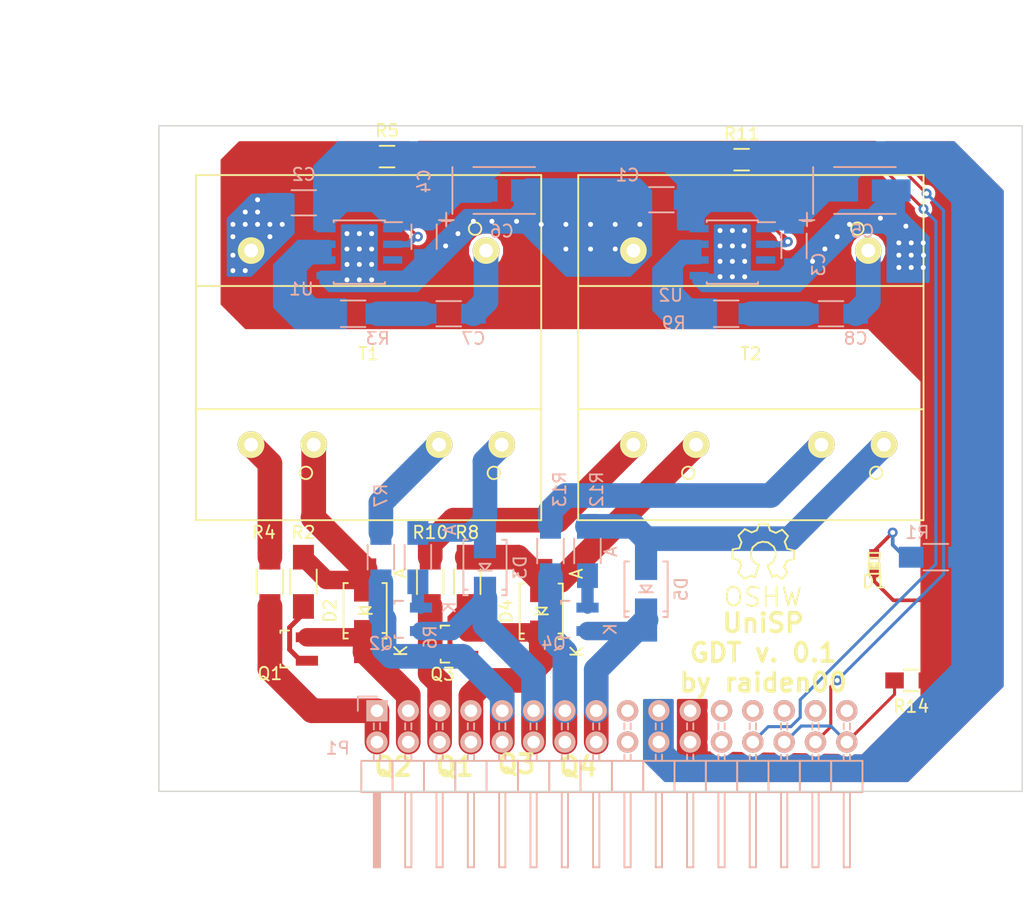
<source format=kicad_pcb>
(kicad_pcb (version 4) (host pcbnew 4.0.1-stable)

  (general
    (links 84)
    (no_connects 0)
    (area 42.949999 85.949999 113.050001 140.050001)
    (thickness 1.6)
    (drawings 13)
    (tracks 347)
    (zones 0)
    (modules 37)
    (nets 41)
  )

  (page A4)
  (layers
    (0 F.Cu signal)
    (31 B.Cu signal)
    (32 B.Adhes user)
    (33 F.Adhes user)
    (34 B.Paste user)
    (35 F.Paste user)
    (36 B.SilkS user)
    (37 F.SilkS user)
    (38 B.Mask user)
    (39 F.Mask user)
    (40 Dwgs.User user)
    (41 Cmts.User user)
    (42 Eco1.User user)
    (43 Eco2.User user)
    (44 Edge.Cuts user)
    (45 Margin user)
    (46 B.CrtYd user)
    (47 F.CrtYd user)
    (48 B.Fab user hide)
    (49 F.Fab user hide)
  )

  (setup
    (last_trace_width 0.25)
    (user_trace_width 0.3)
    (user_trace_width 0.5)
    (user_trace_width 1)
    (user_trace_width 1.5)
    (user_trace_width 2)
    (trace_clearance 0.25)
    (zone_clearance 0.3)
    (zone_45_only no)
    (trace_min 0.2)
    (segment_width 0.2)
    (edge_width 0.1)
    (via_size 0.8)
    (via_drill 0.4)
    (via_min_size 0.8)
    (via_min_drill 0.3)
    (uvia_size 0.3)
    (uvia_drill 0.1)
    (uvias_allowed no)
    (uvia_min_size 0.2)
    (uvia_min_drill 0.1)
    (pcb_text_width 0.3)
    (pcb_text_size 1.5 1.5)
    (mod_edge_width 0.15)
    (mod_text_size 1 1)
    (mod_text_width 0.15)
    (pad_size 2.159 2.159)
    (pad_drill 1.1176)
    (pad_to_mask_clearance 0)
    (aux_axis_origin 0 0)
    (visible_elements FFFFFF7F)
    (pcbplotparams
      (layerselection 0x010f0_80000001)
      (usegerberextensions false)
      (excludeedgelayer true)
      (linewidth 0.100000)
      (plotframeref false)
      (viasonmask false)
      (mode 1)
      (useauxorigin false)
      (hpglpennumber 1)
      (hpglpenspeed 20)
      (hpglpendiameter 15)
      (hpglpenoverlay 2)
      (psnegative false)
      (psa4output false)
      (plotreference true)
      (plotvalue true)
      (plotinvisibletext false)
      (padsonsilk false)
      (subtractmaskfromsilk true)
      (outputformat 1)
      (mirror false)
      (drillshape 0)
      (scaleselection 1)
      (outputdirectory output/))
  )

  (net 0 "")
  (net 1 "Net-(P1-Pad18)")
  (net 2 "Net-(C7-Pad1)")
  (net 3 "Net-(R4-Pad2)")
  (net 4 "Net-(R10-Pad2)")
  (net 5 "Net-(D2-Pad2)")
  (net 6 "Net-(D3-Pad2)")
  (net 7 "Net-(D4-Pad2)")
  (net 8 "Net-(D5-Pad2)")
  (net 9 "Net-(R7-Pad2)")
  (net 10 GND)
  (net 11 "Net-(P1-Pad17)")
  (net 12 "Net-(P1-Pad23)")
  (net 13 "Net-(P1-Pad24)")
  (net 14 "Net-(C7-Pad2)")
  (net 15 "Net-(C8-Pad1)")
  (net 16 "Net-(C8-Pad2)")
  (net 17 "Net-(D1-Pad2)")
  (net 18 "Net-(Q1-Pad1)")
  (net 19 "Net-(Q2-Pad1)")
  (net 20 "Net-(Q3-Pad1)")
  (net 21 "Net-(Q4-Pad1)")
  (net 22 "Net-(R3-Pad2)")
  (net 23 "Net-(R9-Pad2)")
  (net 24 "Net-(R13-Pad2)")
  (net 25 VDD)
  (net 26 /Q2_G)
  (net 27 /Q3_G)
  (net 28 /Q1_G)
  (net 29 /Q4_G)
  (net 30 /Q2_S)
  (net 31 /Q1_S)
  (net 32 /Q3_S)
  (net 33 /Q4_S)
  (net 34 /PWM4-)
  (net 35 /PWM1+)
  (net 36 /PWM4+)
  (net 37 /PWM1-)
  (net 38 /PWM3-)
  (net 39 /PWM2+)
  (net 40 /PWM3+)

  (net_class Default "This is the default net class."
    (clearance 0.25)
    (trace_width 0.25)
    (via_dia 0.8)
    (via_drill 0.4)
    (uvia_dia 0.3)
    (uvia_drill 0.1)
    (add_net /PWM1+)
    (add_net /PWM1-)
    (add_net /PWM2+)
    (add_net /PWM3+)
    (add_net /PWM3-)
    (add_net /PWM4+)
    (add_net /PWM4-)
    (add_net /Q1_G)
    (add_net /Q1_S)
    (add_net /Q2_G)
    (add_net /Q2_S)
    (add_net /Q3_G)
    (add_net /Q3_S)
    (add_net /Q4_G)
    (add_net /Q4_S)
    (add_net GND)
    (add_net "Net-(C7-Pad1)")
    (add_net "Net-(C7-Pad2)")
    (add_net "Net-(C8-Pad1)")
    (add_net "Net-(C8-Pad2)")
    (add_net "Net-(D1-Pad2)")
    (add_net "Net-(D2-Pad2)")
    (add_net "Net-(D3-Pad2)")
    (add_net "Net-(D4-Pad2)")
    (add_net "Net-(D5-Pad2)")
    (add_net "Net-(P1-Pad17)")
    (add_net "Net-(P1-Pad18)")
    (add_net "Net-(P1-Pad23)")
    (add_net "Net-(P1-Pad24)")
    (add_net "Net-(Q1-Pad1)")
    (add_net "Net-(Q2-Pad1)")
    (add_net "Net-(Q3-Pad1)")
    (add_net "Net-(Q4-Pad1)")
    (add_net "Net-(R10-Pad2)")
    (add_net "Net-(R13-Pad2)")
    (add_net "Net-(R3-Pad2)")
    (add_net "Net-(R4-Pad2)")
    (add_net "Net-(R7-Pad2)")
    (add_net "Net-(R9-Pad2)")
    (add_net VDD)
  )

  (net_class SECONDARY ""
    (clearance 0.3)
    (trace_width 1)
    (via_dia 0.8)
    (via_drill 0.4)
    (uvia_dia 0.3)
    (uvia_drill 0.1)
  )

  (module Housings_SOIC:SOIC-8_3.9x4.9mm_Pitch1.27mm (layer B.Cu) (tedit 54130A77) (tstamp 55A6DF57)
    (at 59.25 96.25 180)
    (descr "8-Lead Plastic Small Outline (SN) - Narrow, 3.90 mm Body [SOIC] (see Microchip Packaging Specification 00000049BS.pdf)")
    (tags "SOIC 1.27")
    (path /55A5091C)
    (attr smd)
    (fp_text reference U1 (at 4.7 -3 180) (layer B.SilkS)
      (effects (font (size 1 1) (thickness 0.15)) (justify mirror))
    )
    (fp_text value TC4452 (at 0 -3.5 180) (layer B.Fab)
      (effects (font (size 1 1) (thickness 0.15)) (justify mirror))
    )
    (fp_line (start -3.75 2.75) (end -3.75 -2.75) (layer B.CrtYd) (width 0.05))
    (fp_line (start 3.75 2.75) (end 3.75 -2.75) (layer B.CrtYd) (width 0.05))
    (fp_line (start -3.75 2.75) (end 3.75 2.75) (layer B.CrtYd) (width 0.05))
    (fp_line (start -3.75 -2.75) (end 3.75 -2.75) (layer B.CrtYd) (width 0.05))
    (fp_line (start -2.075 2.575) (end -2.075 2.43) (layer B.SilkS) (width 0.15))
    (fp_line (start 2.075 2.575) (end 2.075 2.43) (layer B.SilkS) (width 0.15))
    (fp_line (start 2.075 -2.575) (end 2.075 -2.43) (layer B.SilkS) (width 0.15))
    (fp_line (start -2.075 -2.575) (end -2.075 -2.43) (layer B.SilkS) (width 0.15))
    (fp_line (start -2.075 2.575) (end 2.075 2.575) (layer B.SilkS) (width 0.15))
    (fp_line (start -2.075 -2.575) (end 2.075 -2.575) (layer B.SilkS) (width 0.15))
    (fp_line (start -2.075 2.43) (end -3.475 2.43) (layer B.SilkS) (width 0.15))
    (pad 1 smd rect (at -2.7 1.905 180) (size 1.55 0.6) (layers B.Cu B.Paste B.Mask)
      (net 25 VDD))
    (pad 2 smd rect (at -2.7 0.635 180) (size 1.55 0.6) (layers B.Cu B.Paste B.Mask)
      (net 39 /PWM2+))
    (pad 3 smd rect (at -2.7 -0.635 180) (size 1.55 0.6) (layers B.Cu B.Paste B.Mask))
    (pad 4 smd rect (at -2.7 -1.905 180) (size 1.55 0.6) (layers B.Cu B.Paste B.Mask)
      (net 10 GND))
    (pad 5 smd rect (at 2.7 -1.905 180) (size 1.55 0.6) (layers B.Cu B.Paste B.Mask)
      (net 10 GND))
    (pad 6 smd rect (at 2.7 -0.635 180) (size 1.55 0.6) (layers B.Cu B.Paste B.Mask)
      (net 22 "Net-(R3-Pad2)"))
    (pad 7 smd rect (at 2.7 0.635 180) (size 1.55 0.6) (layers B.Cu B.Paste B.Mask)
      (net 22 "Net-(R3-Pad2)"))
    (pad 8 smd rect (at 2.7 1.905 180) (size 1.55 0.6) (layers B.Cu B.Paste B.Mask)
      (net 25 VDD))
    (model Housings_SOIC.3dshapes/SOIC-8_3.9x4.9mm_Pitch1.27mm.wrl
      (at (xyz 0 0 0))
      (scale (xyz 1 1 1))
      (rotate (xyz 0 0 0))
    )
  )

  (module Housings_SOT-23_SOT-143_TSOT-6:SOT-23_Handsoldering locked (layer F.Cu) (tedit 54E9291B) (tstamp 55B0D0FE)
    (at 66.49886 128.05 90)
    (descr "SOT-23, Handsoldering")
    (tags SOT-23)
    (path /55A6A400)
    (attr smd)
    (fp_text reference Q3 (at -2.45 -0.49886 180) (layer F.SilkS)
      (effects (font (size 1 1) (thickness 0.15)))
    )
    (fp_text value 4403 (at 0 3.81 90) (layer F.Fab)
      (effects (font (size 1 1) (thickness 0.15)))
    )
    (fp_line (start -1.49982 0.0508) (end -1.49982 -0.65024) (layer F.SilkS) (width 0.15))
    (fp_line (start -1.49982 -0.65024) (end -1.2509 -0.65024) (layer F.SilkS) (width 0.15))
    (fp_line (start 1.29916 -0.65024) (end 1.49982 -0.65024) (layer F.SilkS) (width 0.15))
    (fp_line (start 1.49982 -0.65024) (end 1.49982 0.0508) (layer F.SilkS) (width 0.15))
    (pad 1 smd rect (at -0.95 1.50114 90) (size 0.8001 1.80086) (layers F.Cu F.Paste F.Mask)
      (net 20 "Net-(Q3-Pad1)"))
    (pad 2 smd rect (at 0.95 1.50114 90) (size 0.8001 1.80086) (layers F.Cu F.Paste F.Mask)
      (net 28 /Q1_G))
    (pad 3 smd rect (at 0 -1.50114 90) (size 0.8001 1.80086) (layers F.Cu F.Paste F.Mask)
      (net 31 /Q1_S))
    (model Housings_SOT-23_SOT-143_TSOT-6.3dshapes/SOT-23_Handsoldering.wrl
      (at (xyz 0 0 0))
      (scale (xyz 1 1 1))
      (rotate (xyz 0 0 0))
    )
  )

  (module Housings_SOIC:SOIC-8_3.9x4.9mm_Pitch1.27mm (layer B.Cu) (tedit 54130A77) (tstamp 55A6DF63)
    (at 89.5 96.25 180)
    (descr "8-Lead Plastic Small Outline (SN) - Narrow, 3.90 mm Body [SOIC] (see Microchip Packaging Specification 00000049BS.pdf)")
    (tags "SOIC 1.27")
    (path /55A54541)
    (attr smd)
    (fp_text reference U2 (at 5 -3.5 180) (layer B.SilkS)
      (effects (font (size 1 1) (thickness 0.15)) (justify mirror))
    )
    (fp_text value TC4452 (at 0 -3.5 180) (layer B.Fab)
      (effects (font (size 1 1) (thickness 0.15)) (justify mirror))
    )
    (fp_line (start -3.75 2.75) (end -3.75 -2.75) (layer B.CrtYd) (width 0.05))
    (fp_line (start 3.75 2.75) (end 3.75 -2.75) (layer B.CrtYd) (width 0.05))
    (fp_line (start -3.75 2.75) (end 3.75 2.75) (layer B.CrtYd) (width 0.05))
    (fp_line (start -3.75 -2.75) (end 3.75 -2.75) (layer B.CrtYd) (width 0.05))
    (fp_line (start -2.075 2.575) (end -2.075 2.43) (layer B.SilkS) (width 0.15))
    (fp_line (start 2.075 2.575) (end 2.075 2.43) (layer B.SilkS) (width 0.15))
    (fp_line (start 2.075 -2.575) (end 2.075 -2.43) (layer B.SilkS) (width 0.15))
    (fp_line (start -2.075 -2.575) (end -2.075 -2.43) (layer B.SilkS) (width 0.15))
    (fp_line (start -2.075 2.575) (end 2.075 2.575) (layer B.SilkS) (width 0.15))
    (fp_line (start -2.075 -2.575) (end 2.075 -2.575) (layer B.SilkS) (width 0.15))
    (fp_line (start -2.075 2.43) (end -3.475 2.43) (layer B.SilkS) (width 0.15))
    (pad 1 smd rect (at -2.7 1.905 180) (size 1.55 0.6) (layers B.Cu B.Paste B.Mask)
      (net 25 VDD))
    (pad 2 smd rect (at -2.7 0.635 180) (size 1.55 0.6) (layers B.Cu B.Paste B.Mask)
      (net 35 /PWM1+))
    (pad 3 smd rect (at -2.7 -0.635 180) (size 1.55 0.6) (layers B.Cu B.Paste B.Mask))
    (pad 4 smd rect (at -2.7 -1.905 180) (size 1.55 0.6) (layers B.Cu B.Paste B.Mask)
      (net 10 GND))
    (pad 5 smd rect (at 2.7 -1.905 180) (size 1.55 0.6) (layers B.Cu B.Paste B.Mask)
      (net 10 GND))
    (pad 6 smd rect (at 2.7 -0.635 180) (size 1.55 0.6) (layers B.Cu B.Paste B.Mask)
      (net 23 "Net-(R9-Pad2)"))
    (pad 7 smd rect (at 2.7 0.635 180) (size 1.55 0.6) (layers B.Cu B.Paste B.Mask)
      (net 23 "Net-(R9-Pad2)"))
    (pad 8 smd rect (at 2.7 1.905 180) (size 1.55 0.6) (layers B.Cu B.Paste B.Mask)
      (net 25 VDD))
    (model Housings_SOIC.3dshapes/SOIC-8_3.9x4.9mm_Pitch1.27mm.wrl
      (at (xyz 0 0 0))
      (scale (xyz 1 1 1))
      (rotate (xyz 0 0 0))
    )
  )

  (module Pin_Headers:Pin_Header_Angled_2x16 locked (layer B.Cu) (tedit 0) (tstamp 55A7871A)
    (at 60.68 133.46 270)
    (descr "Through hole pin header")
    (tags "pin header")
    (path /55A50764)
    (fp_text reference P1 (at 3.04 3.18 540) (layer B.SilkS)
      (effects (font (size 1 1) (thickness 0.15)) (justify mirror))
    )
    (fp_text value CONN_MAINBOARD (at -2.76 -0.66 540) (layer B.Fab)
      (effects (font (size 1 1) (thickness 0.15)) (justify mirror))
    )
    (fp_line (start -1.35 1.75) (end -1.35 -39.85) (layer B.CrtYd) (width 0.05))
    (fp_line (start 13.2 1.75) (end 13.2 -39.85) (layer B.CrtYd) (width 0.05))
    (fp_line (start -1.35 1.75) (end 13.2 1.75) (layer B.CrtYd) (width 0.05))
    (fp_line (start -1.35 -39.85) (end 13.2 -39.85) (layer B.CrtYd) (width 0.05))
    (fp_line (start 1.524 -4.826) (end 1.016 -4.826) (layer B.SilkS) (width 0.15))
    (fp_line (start 1.524 -5.334) (end 1.016 -5.334) (layer B.SilkS) (width 0.15))
    (fp_line (start 1.524 -7.366) (end 1.016 -7.366) (layer B.SilkS) (width 0.15))
    (fp_line (start 1.524 -7.874) (end 1.016 -7.874) (layer B.SilkS) (width 0.15))
    (fp_line (start 1.524 -2.794) (end 1.016 -2.794) (layer B.SilkS) (width 0.15))
    (fp_line (start 1.524 -2.286) (end 1.016 -2.286) (layer B.SilkS) (width 0.15))
    (fp_line (start 1.524 -0.254) (end 1.016 -0.254) (layer B.SilkS) (width 0.15))
    (fp_line (start 1.524 0.254) (end 1.016 0.254) (layer B.SilkS) (width 0.15))
    (fp_line (start 1.524 -35.306) (end 1.016 -35.306) (layer B.SilkS) (width 0.15))
    (fp_line (start 1.524 -35.814) (end 1.016 -35.814) (layer B.SilkS) (width 0.15))
    (fp_line (start 1.524 -37.846) (end 1.016 -37.846) (layer B.SilkS) (width 0.15))
    (fp_line (start 1.524 -38.354) (end 1.016 -38.354) (layer B.SilkS) (width 0.15))
    (fp_line (start 1.524 -33.274) (end 1.016 -33.274) (layer B.SilkS) (width 0.15))
    (fp_line (start 1.524 -32.766) (end 1.016 -32.766) (layer B.SilkS) (width 0.15))
    (fp_line (start 1.524 -30.734) (end 1.016 -30.734) (layer B.SilkS) (width 0.15))
    (fp_line (start 1.524 -30.226) (end 1.016 -30.226) (layer B.SilkS) (width 0.15))
    (fp_line (start 1.524 -25.146) (end 1.016 -25.146) (layer B.SilkS) (width 0.15))
    (fp_line (start 1.524 -25.654) (end 1.016 -25.654) (layer B.SilkS) (width 0.15))
    (fp_line (start 1.524 -27.686) (end 1.016 -27.686) (layer B.SilkS) (width 0.15))
    (fp_line (start 1.524 -28.194) (end 1.016 -28.194) (layer B.SilkS) (width 0.15))
    (fp_line (start 1.524 -23.114) (end 1.016 -23.114) (layer B.SilkS) (width 0.15))
    (fp_line (start 1.524 -22.606) (end 1.016 -22.606) (layer B.SilkS) (width 0.15))
    (fp_line (start 1.524 -20.574) (end 1.016 -20.574) (layer B.SilkS) (width 0.15))
    (fp_line (start 1.524 -20.066) (end 1.016 -20.066) (layer B.SilkS) (width 0.15))
    (fp_line (start 1.524 -9.906) (end 1.016 -9.906) (layer B.SilkS) (width 0.15))
    (fp_line (start 1.524 -10.414) (end 1.016 -10.414) (layer B.SilkS) (width 0.15))
    (fp_line (start 1.524 -12.446) (end 1.016 -12.446) (layer B.SilkS) (width 0.15))
    (fp_line (start 1.524 -12.954) (end 1.016 -12.954) (layer B.SilkS) (width 0.15))
    (fp_line (start 1.524 -18.034) (end 1.016 -18.034) (layer B.SilkS) (width 0.15))
    (fp_line (start 1.524 -17.526) (end 1.016 -17.526) (layer B.SilkS) (width 0.15))
    (fp_line (start 1.524 -15.494) (end 1.016 -15.494) (layer B.SilkS) (width 0.15))
    (fp_line (start 1.524 -14.986) (end 1.016 -14.986) (layer B.SilkS) (width 0.15))
    (fp_line (start 4.064 -25.146) (end 3.556 -25.146) (layer B.SilkS) (width 0.15))
    (fp_line (start 4.064 -25.654) (end 3.556 -25.654) (layer B.SilkS) (width 0.15))
    (fp_line (start 4.064 -27.686) (end 3.556 -27.686) (layer B.SilkS) (width 0.15))
    (fp_line (start 4.064 -28.194) (end 3.556 -28.194) (layer B.SilkS) (width 0.15))
    (fp_line (start 4.064 -23.114) (end 3.556 -23.114) (layer B.SilkS) (width 0.15))
    (fp_line (start 4.064 -22.606) (end 3.556 -22.606) (layer B.SilkS) (width 0.15))
    (fp_line (start 4.064 -20.574) (end 3.556 -20.574) (layer B.SilkS) (width 0.15))
    (fp_line (start 4.064 -20.066) (end 3.556 -20.066) (layer B.SilkS) (width 0.15))
    (fp_line (start 4.064 -30.226) (end 3.556 -30.226) (layer B.SilkS) (width 0.15))
    (fp_line (start 4.064 -30.734) (end 3.556 -30.734) (layer B.SilkS) (width 0.15))
    (fp_line (start 4.064 -32.766) (end 3.556 -32.766) (layer B.SilkS) (width 0.15))
    (fp_line (start 4.064 -33.274) (end 3.556 -33.274) (layer B.SilkS) (width 0.15))
    (fp_line (start 4.064 -38.354) (end 3.556 -38.354) (layer B.SilkS) (width 0.15))
    (fp_line (start 4.064 -37.846) (end 3.556 -37.846) (layer B.SilkS) (width 0.15))
    (fp_line (start 4.064 -35.814) (end 3.556 -35.814) (layer B.SilkS) (width 0.15))
    (fp_line (start 4.064 -35.306) (end 3.556 -35.306) (layer B.SilkS) (width 0.15))
    (fp_line (start 4.064 -14.986) (end 3.556 -14.986) (layer B.SilkS) (width 0.15))
    (fp_line (start 4.064 -15.494) (end 3.556 -15.494) (layer B.SilkS) (width 0.15))
    (fp_line (start 4.064 -17.526) (end 3.556 -17.526) (layer B.SilkS) (width 0.15))
    (fp_line (start 4.064 -18.034) (end 3.556 -18.034) (layer B.SilkS) (width 0.15))
    (fp_line (start 4.064 -12.954) (end 3.556 -12.954) (layer B.SilkS) (width 0.15))
    (fp_line (start 4.064 -12.446) (end 3.556 -12.446) (layer B.SilkS) (width 0.15))
    (fp_line (start 4.064 -10.414) (end 3.556 -10.414) (layer B.SilkS) (width 0.15))
    (fp_line (start 4.064 -9.906) (end 3.556 -9.906) (layer B.SilkS) (width 0.15))
    (fp_line (start 4.064 0.254) (end 3.556 0.254) (layer B.SilkS) (width 0.15))
    (fp_line (start 4.064 -0.254) (end 3.556 -0.254) (layer B.SilkS) (width 0.15))
    (fp_line (start 4.064 -2.286) (end 3.556 -2.286) (layer B.SilkS) (width 0.15))
    (fp_line (start 4.064 -2.794) (end 3.556 -2.794) (layer B.SilkS) (width 0.15))
    (fp_line (start 4.064 -7.874) (end 3.556 -7.874) (layer B.SilkS) (width 0.15))
    (fp_line (start 4.064 -7.366) (end 3.556 -7.366) (layer B.SilkS) (width 0.15))
    (fp_line (start 4.064 -5.334) (end 3.556 -5.334) (layer B.SilkS) (width 0.15))
    (fp_line (start 4.064 -4.826) (end 3.556 -4.826) (layer B.SilkS) (width 0.15))
    (fp_line (start 0 1.55) (end -1.15 1.55) (layer B.SilkS) (width 0.15))
    (fp_line (start -1.15 1.55) (end -1.15 0) (layer B.SilkS) (width 0.15))
    (fp_line (start 6.604 0.127) (end 12.573 0.127) (layer B.SilkS) (width 0.15))
    (fp_line (start 12.573 0.127) (end 12.573 -0.127) (layer B.SilkS) (width 0.15))
    (fp_line (start 12.573 -0.127) (end 6.731 -0.127) (layer B.SilkS) (width 0.15))
    (fp_line (start 6.731 -0.127) (end 6.731 0) (layer B.SilkS) (width 0.15))
    (fp_line (start 6.731 0) (end 12.573 0) (layer B.SilkS) (width 0.15))
    (fp_line (start 4.064 -19.05) (end 6.604 -19.05) (layer B.SilkS) (width 0.15))
    (fp_line (start 4.064 -19.05) (end 4.064 -21.59) (layer B.SilkS) (width 0.15))
    (fp_line (start 4.064 -21.59) (end 6.604 -21.59) (layer B.SilkS) (width 0.15))
    (fp_line (start 6.604 -20.066) (end 12.7 -20.066) (layer B.SilkS) (width 0.15))
    (fp_line (start 12.7 -20.066) (end 12.7 -20.574) (layer B.SilkS) (width 0.15))
    (fp_line (start 12.7 -20.574) (end 6.604 -20.574) (layer B.SilkS) (width 0.15))
    (fp_line (start 6.604 -21.59) (end 6.604 -19.05) (layer B.SilkS) (width 0.15))
    (fp_line (start 6.604 -24.13) (end 6.604 -21.59) (layer B.SilkS) (width 0.15))
    (fp_line (start 12.7 -23.114) (end 6.604 -23.114) (layer B.SilkS) (width 0.15))
    (fp_line (start 12.7 -22.606) (end 12.7 -23.114) (layer B.SilkS) (width 0.15))
    (fp_line (start 6.604 -22.606) (end 12.7 -22.606) (layer B.SilkS) (width 0.15))
    (fp_line (start 4.064 -24.13) (end 6.604 -24.13) (layer B.SilkS) (width 0.15))
    (fp_line (start 4.064 -21.59) (end 4.064 -24.13) (layer B.SilkS) (width 0.15))
    (fp_line (start 4.064 -21.59) (end 6.604 -21.59) (layer B.SilkS) (width 0.15))
    (fp_line (start 4.064 -26.67) (end 6.604 -26.67) (layer B.SilkS) (width 0.15))
    (fp_line (start 4.064 -26.67) (end 4.064 -29.21) (layer B.SilkS) (width 0.15))
    (fp_line (start 4.064 -29.21) (end 6.604 -29.21) (layer B.SilkS) (width 0.15))
    (fp_line (start 6.604 -27.686) (end 12.7 -27.686) (layer B.SilkS) (width 0.15))
    (fp_line (start 12.7 -27.686) (end 12.7 -28.194) (layer B.SilkS) (width 0.15))
    (fp_line (start 12.7 -28.194) (end 6.604 -28.194) (layer B.SilkS) (width 0.15))
    (fp_line (start 6.604 -29.21) (end 6.604 -26.67) (layer B.SilkS) (width 0.15))
    (fp_line (start 6.604 -26.67) (end 6.604 -24.13) (layer B.SilkS) (width 0.15))
    (fp_line (start 12.7 -25.654) (end 6.604 -25.654) (layer B.SilkS) (width 0.15))
    (fp_line (start 12.7 -25.146) (end 12.7 -25.654) (layer B.SilkS) (width 0.15))
    (fp_line (start 6.604 -25.146) (end 12.7 -25.146) (layer B.SilkS) (width 0.15))
    (fp_line (start 4.064 -26.67) (end 6.604 -26.67) (layer B.SilkS) (width 0.15))
    (fp_line (start 4.064 -24.13) (end 4.064 -26.67) (layer B.SilkS) (width 0.15))
    (fp_line (start 4.064 -24.13) (end 6.604 -24.13) (layer B.SilkS) (width 0.15))
    (fp_line (start 4.064 -34.29) (end 6.604 -34.29) (layer B.SilkS) (width 0.15))
    (fp_line (start 4.064 -34.29) (end 4.064 -36.83) (layer B.SilkS) (width 0.15))
    (fp_line (start 4.064 -36.83) (end 6.604 -36.83) (layer B.SilkS) (width 0.15))
    (fp_line (start 6.604 -35.306) (end 12.7 -35.306) (layer B.SilkS) (width 0.15))
    (fp_line (start 12.7 -35.306) (end 12.7 -35.814) (layer B.SilkS) (width 0.15))
    (fp_line (start 12.7 -35.814) (end 6.604 -35.814) (layer B.SilkS) (width 0.15))
    (fp_line (start 6.604 -36.83) (end 6.604 -34.29) (layer B.SilkS) (width 0.15))
    (fp_line (start 6.604 -39.37) (end 6.604 -36.83) (layer B.SilkS) (width 0.15))
    (fp_line (start 12.7 -38.354) (end 6.604 -38.354) (layer B.SilkS) (width 0.15))
    (fp_line (start 12.7 -37.846) (end 12.7 -38.354) (layer B.SilkS) (width 0.15))
    (fp_line (start 6.604 -37.846) (end 12.7 -37.846) (layer B.SilkS) (width 0.15))
    (fp_line (start 4.064 -39.37) (end 6.604 -39.37) (layer B.SilkS) (width 0.15))
    (fp_line (start 4.064 -36.83) (end 4.064 -39.37) (layer B.SilkS) (width 0.15))
    (fp_line (start 4.064 -36.83) (end 6.604 -36.83) (layer B.SilkS) (width 0.15))
    (fp_line (start 4.064 -31.75) (end 6.604 -31.75) (layer B.SilkS) (width 0.15))
    (fp_line (start 4.064 -31.75) (end 4.064 -34.29) (layer B.SilkS) (width 0.15))
    (fp_line (start 4.064 -34.29) (end 6.604 -34.29) (layer B.SilkS) (width 0.15))
    (fp_line (start 6.604 -32.766) (end 12.7 -32.766) (layer B.SilkS) (width 0.15))
    (fp_line (start 12.7 -32.766) (end 12.7 -33.274) (layer B.SilkS) (width 0.15))
    (fp_line (start 12.7 -33.274) (end 6.604 -33.274) (layer B.SilkS) (width 0.15))
    (fp_line (start 6.604 -34.29) (end 6.604 -31.75) (layer B.SilkS) (width 0.15))
    (fp_line (start 6.604 -31.75) (end 6.604 -29.21) (layer B.SilkS) (width 0.15))
    (fp_line (start 12.7 -30.734) (end 6.604 -30.734) (layer B.SilkS) (width 0.15))
    (fp_line (start 12.7 -30.226) (end 12.7 -30.734) (layer B.SilkS) (width 0.15))
    (fp_line (start 6.604 -30.226) (end 12.7 -30.226) (layer B.SilkS) (width 0.15))
    (fp_line (start 4.064 -31.75) (end 6.604 -31.75) (layer B.SilkS) (width 0.15))
    (fp_line (start 4.064 -29.21) (end 4.064 -31.75) (layer B.SilkS) (width 0.15))
    (fp_line (start 4.064 -29.21) (end 6.604 -29.21) (layer B.SilkS) (width 0.15))
    (fp_line (start 4.064 -8.89) (end 6.604 -8.89) (layer B.SilkS) (width 0.15))
    (fp_line (start 4.064 -8.89) (end 4.064 -11.43) (layer B.SilkS) (width 0.15))
    (fp_line (start 4.064 -11.43) (end 6.604 -11.43) (layer B.SilkS) (width 0.15))
    (fp_line (start 6.604 -9.906) (end 12.7 -9.906) (layer B.SilkS) (width 0.15))
    (fp_line (start 12.7 -9.906) (end 12.7 -10.414) (layer B.SilkS) (width 0.15))
    (fp_line (start 12.7 -10.414) (end 6.604 -10.414) (layer B.SilkS) (width 0.15))
    (fp_line (start 6.604 -11.43) (end 6.604 -8.89) (layer B.SilkS) (width 0.15))
    (fp_line (start 6.604 -13.97) (end 6.604 -11.43) (layer B.SilkS) (width 0.15))
    (fp_line (start 12.7 -12.954) (end 6.604 -12.954) (layer B.SilkS) (width 0.15))
    (fp_line (start 12.7 -12.446) (end 12.7 -12.954) (layer B.SilkS) (width 0.15))
    (fp_line (start 6.604 -12.446) (end 12.7 -12.446) (layer B.SilkS) (width 0.15))
    (fp_line (start 4.064 -13.97) (end 6.604 -13.97) (layer B.SilkS) (width 0.15))
    (fp_line (start 4.064 -11.43) (end 4.064 -13.97) (layer B.SilkS) (width 0.15))
    (fp_line (start 4.064 -11.43) (end 6.604 -11.43) (layer B.SilkS) (width 0.15))
    (fp_line (start 4.064 -16.51) (end 6.604 -16.51) (layer B.SilkS) (width 0.15))
    (fp_line (start 4.064 -16.51) (end 4.064 -19.05) (layer B.SilkS) (width 0.15))
    (fp_line (start 4.064 -19.05) (end 6.604 -19.05) (layer B.SilkS) (width 0.15))
    (fp_line (start 6.604 -17.526) (end 12.7 -17.526) (layer B.SilkS) (width 0.15))
    (fp_line (start 12.7 -17.526) (end 12.7 -18.034) (layer B.SilkS) (width 0.15))
    (fp_line (start 12.7 -18.034) (end 6.604 -18.034) (layer B.SilkS) (width 0.15))
    (fp_line (start 6.604 -19.05) (end 6.604 -16.51) (layer B.SilkS) (width 0.15))
    (fp_line (start 6.604 -16.51) (end 6.604 -13.97) (layer B.SilkS) (width 0.15))
    (fp_line (start 12.7 -15.494) (end 6.604 -15.494) (layer B.SilkS) (width 0.15))
    (fp_line (start 12.7 -14.986) (end 12.7 -15.494) (layer B.SilkS) (width 0.15))
    (fp_line (start 6.604 -14.986) (end 12.7 -14.986) (layer B.SilkS) (width 0.15))
    (fp_line (start 4.064 -16.51) (end 6.604 -16.51) (layer B.SilkS) (width 0.15))
    (fp_line (start 4.064 -13.97) (end 4.064 -16.51) (layer B.SilkS) (width 0.15))
    (fp_line (start 4.064 -13.97) (end 6.604 -13.97) (layer B.SilkS) (width 0.15))
    (fp_line (start 4.064 -3.81) (end 6.604 -3.81) (layer B.SilkS) (width 0.15))
    (fp_line (start 4.064 -3.81) (end 4.064 -6.35) (layer B.SilkS) (width 0.15))
    (fp_line (start 4.064 -6.35) (end 6.604 -6.35) (layer B.SilkS) (width 0.15))
    (fp_line (start 6.604 -4.826) (end 12.7 -4.826) (layer B.SilkS) (width 0.15))
    (fp_line (start 12.7 -4.826) (end 12.7 -5.334) (layer B.SilkS) (width 0.15))
    (fp_line (start 12.7 -5.334) (end 6.604 -5.334) (layer B.SilkS) (width 0.15))
    (fp_line (start 6.604 -6.35) (end 6.604 -3.81) (layer B.SilkS) (width 0.15))
    (fp_line (start 6.604 -8.89) (end 6.604 -6.35) (layer B.SilkS) (width 0.15))
    (fp_line (start 12.7 -7.874) (end 6.604 -7.874) (layer B.SilkS) (width 0.15))
    (fp_line (start 12.7 -7.366) (end 12.7 -7.874) (layer B.SilkS) (width 0.15))
    (fp_line (start 6.604 -7.366) (end 12.7 -7.366) (layer B.SilkS) (width 0.15))
    (fp_line (start 4.064 -8.89) (end 6.604 -8.89) (layer B.SilkS) (width 0.15))
    (fp_line (start 4.064 -6.35) (end 4.064 -8.89) (layer B.SilkS) (width 0.15))
    (fp_line (start 4.064 -6.35) (end 6.604 -6.35) (layer B.SilkS) (width 0.15))
    (fp_line (start 4.064 -1.27) (end 6.604 -1.27) (layer B.SilkS) (width 0.15))
    (fp_line (start 4.064 -1.27) (end 4.064 -3.81) (layer B.SilkS) (width 0.15))
    (fp_line (start 4.064 -3.81) (end 6.604 -3.81) (layer B.SilkS) (width 0.15))
    (fp_line (start 6.604 -2.286) (end 12.7 -2.286) (layer B.SilkS) (width 0.15))
    (fp_line (start 12.7 -2.286) (end 12.7 -2.794) (layer B.SilkS) (width 0.15))
    (fp_line (start 12.7 -2.794) (end 6.604 -2.794) (layer B.SilkS) (width 0.15))
    (fp_line (start 6.604 -3.81) (end 6.604 -1.27) (layer B.SilkS) (width 0.15))
    (fp_line (start 6.604 -1.27) (end 6.604 1.27) (layer B.SilkS) (width 0.15))
    (fp_line (start 12.7 -0.254) (end 6.604 -0.254) (layer B.SilkS) (width 0.15))
    (fp_line (start 12.7 0.254) (end 12.7 -0.254) (layer B.SilkS) (width 0.15))
    (fp_line (start 6.604 0.254) (end 12.7 0.254) (layer B.SilkS) (width 0.15))
    (fp_line (start 4.064 -1.27) (end 6.604 -1.27) (layer B.SilkS) (width 0.15))
    (fp_line (start 4.064 1.27) (end 4.064 -1.27) (layer B.SilkS) (width 0.15))
    (fp_line (start 4.064 1.27) (end 6.604 1.27) (layer B.SilkS) (width 0.15))
    (pad 1 thru_hole rect (at 0 0 270) (size 1.7272 1.7272) (drill 1.016) (layers *.Cu *.Mask B.SilkS)
      (net 30 /Q2_S))
    (pad 2 thru_hole oval (at 2.54 0 270) (size 1.7272 1.7272) (drill 1.016) (layers *.Cu *.Mask B.SilkS)
      (net 30 /Q2_S))
    (pad 3 thru_hole oval (at 0 -2.54 270) (size 1.7272 1.7272) (drill 1.016) (layers *.Cu *.Mask B.SilkS)
      (net 26 /Q2_G))
    (pad 4 thru_hole oval (at 2.54 -2.54 270) (size 1.7272 1.7272) (drill 1.016) (layers *.Cu *.Mask B.SilkS)
      (net 26 /Q2_G))
    (pad 5 thru_hole oval (at 0 -5.08 270) (size 1.7272 1.7272) (drill 1.016) (layers *.Cu *.Mask B.SilkS)
      (net 31 /Q1_S))
    (pad 6 thru_hole oval (at 2.54 -5.08 270) (size 1.7272 1.7272) (drill 1.016) (layers *.Cu *.Mask B.SilkS)
      (net 31 /Q1_S))
    (pad 7 thru_hole oval (at 0 -7.62 270) (size 1.7272 1.7272) (drill 1.016) (layers *.Cu *.Mask B.SilkS)
      (net 28 /Q1_G))
    (pad 8 thru_hole oval (at 2.54 -7.62 270) (size 1.7272 1.7272) (drill 1.016) (layers *.Cu *.Mask B.SilkS)
      (net 28 /Q1_G))
    (pad 9 thru_hole oval (at 0 -10.16 270) (size 1.7272 1.7272) (drill 1.016) (layers *.Cu *.Mask B.SilkS)
      (net 32 /Q3_S))
    (pad 10 thru_hole oval (at 2.54 -10.16 270) (size 1.7272 1.7272) (drill 1.016) (layers *.Cu *.Mask B.SilkS)
      (net 32 /Q3_S))
    (pad 11 thru_hole oval (at 0 -12.7 270) (size 1.7272 1.7272) (drill 1.016) (layers *.Cu *.Mask B.SilkS)
      (net 27 /Q3_G))
    (pad 12 thru_hole oval (at 2.54 -12.7 270) (size 1.7272 1.7272) (drill 1.016) (layers *.Cu *.Mask B.SilkS)
      (net 27 /Q3_G))
    (pad 13 thru_hole oval (at 0 -15.24 270) (size 1.7272 1.7272) (drill 1.016) (layers *.Cu *.Mask B.SilkS)
      (net 33 /Q4_S))
    (pad 14 thru_hole oval (at 2.54 -15.24 270) (size 1.7272 1.7272) (drill 1.016) (layers *.Cu *.Mask B.SilkS)
      (net 33 /Q4_S))
    (pad 15 thru_hole oval (at 0 -17.78 270) (size 1.7272 1.7272) (drill 1.016) (layers *.Cu *.Mask B.SilkS)
      (net 29 /Q4_G))
    (pad 16 thru_hole oval (at 2.54 -17.78 270) (size 1.7272 1.7272) (drill 1.016) (layers *.Cu *.Mask B.SilkS)
      (net 29 /Q4_G))
    (pad 17 thru_hole oval (at 0 -20.32 270) (size 1.7272 1.7272) (drill 1.016) (layers *.Cu *.Mask B.SilkS)
      (net 11 "Net-(P1-Pad17)"))
    (pad 18 thru_hole oval (at 2.54 -20.32 270) (size 1.7272 1.7272) (drill 1.016) (layers *.Cu *.Mask B.SilkS)
      (net 1 "Net-(P1-Pad18)"))
    (pad 19 thru_hole oval (at 0 -22.86 270) (size 1.7272 1.7272) (drill 1.016) (layers *.Cu *.Mask B.SilkS)
      (net 25 VDD))
    (pad 20 thru_hole oval (at 2.54 -22.86 270) (size 1.7272 1.7272) (drill 1.016) (layers *.Cu *.Mask B.SilkS)
      (net 25 VDD))
    (pad 21 thru_hole oval (at 0 -25.4 270) (size 1.7272 1.7272) (drill 1.016) (layers *.Cu *.Mask B.SilkS)
      (net 10 GND))
    (pad 22 thru_hole oval (at 2.54 -25.4 270) (size 1.7272 1.7272) (drill 1.016) (layers *.Cu *.Mask B.SilkS)
      (net 10 GND))
    (pad 23 thru_hole oval (at 0 -27.94 270) (size 1.7272 1.7272) (drill 1.016) (layers *.Cu *.Mask B.SilkS)
      (net 12 "Net-(P1-Pad23)"))
    (pad 24 thru_hole oval (at 2.54 -27.94 270) (size 1.7272 1.7272) (drill 1.016) (layers *.Cu *.Mask B.SilkS)
      (net 13 "Net-(P1-Pad24)"))
    (pad 25 thru_hole oval (at 0 -30.48 270) (size 1.7272 1.7272) (drill 1.016) (layers *.Cu *.Mask B.SilkS)
      (net 34 /PWM4-))
    (pad 26 thru_hole oval (at 2.54 -30.48 270) (size 1.7272 1.7272) (drill 1.016) (layers *.Cu *.Mask B.SilkS)
      (net 35 /PWM1+))
    (pad 27 thru_hole oval (at 0 -33.02 270) (size 1.7272 1.7272) (drill 1.016) (layers *.Cu *.Mask B.SilkS)
      (net 36 /PWM4+))
    (pad 28 thru_hole oval (at 2.54 -33.02 270) (size 1.7272 1.7272) (drill 1.016) (layers *.Cu *.Mask B.SilkS)
      (net 37 /PWM1-))
    (pad 29 thru_hole oval (at 0 -35.56 270) (size 1.7272 1.7272) (drill 1.016) (layers *.Cu *.Mask B.SilkS)
      (net 38 /PWM3-))
    (pad 30 thru_hole oval (at 2.54 -35.56 270) (size 1.7272 1.7272) (drill 1.016) (layers *.Cu *.Mask B.SilkS)
      (net 39 /PWM2+))
    (pad 31 thru_hole oval (at 0 -38.1 270) (size 1.7272 1.7272) (drill 1.016) (layers *.Cu *.Mask B.SilkS)
      (net 40 /PWM3+))
    (pad 32 thru_hole oval (at 2.54 -38.1 270) (size 1.7272 1.7272) (drill 1.016) (layers *.Cu *.Mask B.SilkS)
      (net 37 /PWM1-))
    (model Pin_Headers.3dshapes/Pin_Header_Angled_2x16.wrl
      (at (xyz 0.05 -0.75 0))
      (scale (xyz 1 1 1))
      (rotate (xyz 0 0 90))
    )
  )

  (module Capacitors_SMD:C_1206_HandSoldering (layer B.Cu) (tedit 541A9C03) (tstamp 55B0D0DD)
    (at 66.5 101.25 180)
    (descr "Capacitor SMD 1206, hand soldering")
    (tags "capacitor 1206")
    (path /55A50B86)
    (attr smd)
    (fp_text reference C7 (at -2 -2 180) (layer B.SilkS)
      (effects (font (size 1 1) (thickness 0.15)) (justify mirror))
    )
    (fp_text value 1u (at 0 -2.3 180) (layer B.Fab)
      (effects (font (size 1 1) (thickness 0.15)) (justify mirror))
    )
    (fp_line (start -3.3 1.15) (end 3.3 1.15) (layer B.CrtYd) (width 0.05))
    (fp_line (start -3.3 -1.15) (end 3.3 -1.15) (layer B.CrtYd) (width 0.05))
    (fp_line (start -3.3 1.15) (end -3.3 -1.15) (layer B.CrtYd) (width 0.05))
    (fp_line (start 3.3 1.15) (end 3.3 -1.15) (layer B.CrtYd) (width 0.05))
    (fp_line (start 1 1.025) (end -1 1.025) (layer B.SilkS) (width 0.15))
    (fp_line (start -1 -1.025) (end 1 -1.025) (layer B.SilkS) (width 0.15))
    (pad 1 smd rect (at -2 0 180) (size 2 1.6) (layers B.Cu B.Paste B.Mask)
      (net 2 "Net-(C7-Pad1)"))
    (pad 2 smd rect (at 2 0 180) (size 2 1.6) (layers B.Cu B.Paste B.Mask)
      (net 14 "Net-(C7-Pad2)"))
    (model Capacitors_SMD.3dshapes/C_1206_HandSoldering.wrl
      (at (xyz 0 0 0))
      (scale (xyz 1 1 1))
      (rotate (xyz 0 0 0))
    )
  )

  (module Capacitors_SMD:C_1206_HandSoldering (layer B.Cu) (tedit 541A9C03) (tstamp 55B0D0E3)
    (at 97.5 101.25 180)
    (descr "Capacitor SMD 1206, hand soldering")
    (tags "capacitor 1206")
    (path /55A5454D)
    (attr smd)
    (fp_text reference C8 (at -2 -2 180) (layer B.SilkS)
      (effects (font (size 1 1) (thickness 0.15)) (justify mirror))
    )
    (fp_text value 1u (at 0 -2.3 180) (layer B.Fab)
      (effects (font (size 1 1) (thickness 0.15)) (justify mirror))
    )
    (fp_line (start -3.3 1.15) (end 3.3 1.15) (layer B.CrtYd) (width 0.05))
    (fp_line (start -3.3 -1.15) (end 3.3 -1.15) (layer B.CrtYd) (width 0.05))
    (fp_line (start -3.3 1.15) (end -3.3 -1.15) (layer B.CrtYd) (width 0.05))
    (fp_line (start 3.3 1.15) (end 3.3 -1.15) (layer B.CrtYd) (width 0.05))
    (fp_line (start 1 1.025) (end -1 1.025) (layer B.SilkS) (width 0.15))
    (fp_line (start -1 -1.025) (end 1 -1.025) (layer B.SilkS) (width 0.15))
    (pad 1 smd rect (at -2 0 180) (size 2 1.6) (layers B.Cu B.Paste B.Mask)
      (net 15 "Net-(C8-Pad1)"))
    (pad 2 smd rect (at 2 0 180) (size 2 1.6) (layers B.Cu B.Paste B.Mask)
      (net 16 "Net-(C8-Pad2)"))
    (model Capacitors_SMD.3dshapes/C_1206_HandSoldering.wrl
      (at (xyz 0 0 0))
      (scale (xyz 1 1 1))
      (rotate (xyz 0 0 0))
    )
  )

  (module LEDs:LED-0603 (layer F.Cu) (tedit 5538B18B) (tstamp 55B0D0E9)
    (at 101 121.5 90)
    (descr "LED 0603 smd package")
    (tags "LED led 0603 SMD smd SMT smt smdled SMDLED smtled SMTLED")
    (path /55A545C5)
    (attr smd)
    (fp_text reference D1 (at -1.5 0 180) (layer F.SilkS)
      (effects (font (size 1 1) (thickness 0.15)))
    )
    (fp_text value LED (at -3 0 90) (layer F.Fab)
      (effects (font (size 1 1) (thickness 0.15)))
    )
    (fp_line (start -0.44958 -0.44958) (end -0.44958 0.44958) (layer F.SilkS) (width 0.15))
    (fp_line (start -0.44958 0.44958) (end -0.84836 0.44958) (layer F.SilkS) (width 0.15))
    (fp_line (start -0.84836 -0.44958) (end -0.84836 0.44958) (layer F.SilkS) (width 0.15))
    (fp_line (start -0.44958 -0.44958) (end -0.84836 -0.44958) (layer F.SilkS) (width 0.15))
    (fp_line (start 0.84836 -0.44958) (end 0.84836 0.44958) (layer F.SilkS) (width 0.15))
    (fp_line (start 0.84836 0.44958) (end 0.44958 0.44958) (layer F.SilkS) (width 0.15))
    (fp_line (start 0.44958 -0.44958) (end 0.44958 0.44958) (layer F.SilkS) (width 0.15))
    (fp_line (start 0.84836 -0.44958) (end 0.44958 -0.44958) (layer F.SilkS) (width 0.15))
    (fp_line (start 0 -0.44958) (end 0 -0.29972) (layer F.SilkS) (width 0.15))
    (fp_line (start 0 -0.29972) (end -0.29972 -0.29972) (layer F.SilkS) (width 0.15))
    (fp_line (start -0.29972 -0.44958) (end -0.29972 -0.29972) (layer F.SilkS) (width 0.15))
    (fp_line (start 0 -0.44958) (end -0.29972 -0.44958) (layer F.SilkS) (width 0.15))
    (fp_line (start 0 0.29972) (end 0 0.44958) (layer F.SilkS) (width 0.15))
    (fp_line (start 0 0.44958) (end -0.29972 0.44958) (layer F.SilkS) (width 0.15))
    (fp_line (start -0.29972 0.29972) (end -0.29972 0.44958) (layer F.SilkS) (width 0.15))
    (fp_line (start 0 0.29972) (end -0.29972 0.29972) (layer F.SilkS) (width 0.15))
    (fp_line (start 0 -0.14986) (end 0 0.14986) (layer F.SilkS) (width 0.15))
    (fp_line (start 0 0.14986) (end -0.29972 0.14986) (layer F.SilkS) (width 0.15))
    (fp_line (start -0.29972 -0.14986) (end -0.29972 0.14986) (layer F.SilkS) (width 0.15))
    (fp_line (start 0 -0.14986) (end -0.29972 -0.14986) (layer F.SilkS) (width 0.15))
    (fp_line (start -0.44958 -0.39878) (end 0.44958 -0.39878) (layer F.SilkS) (width 0.15))
    (fp_line (start -0.44958 0.39878) (end 0.44958 0.39878) (layer F.SilkS) (width 0.15))
    (pad 2 smd rect (at 0.7493 0 270) (size 0.79756 0.79756) (layers F.Cu F.Paste F.Mask)
      (net 17 "Net-(D1-Pad2)"))
    (pad 1 smd rect (at -0.7493 0 270) (size 0.79756 0.79756) (layers F.Cu F.Paste F.Mask)
      (net 10 GND))
  )

  (module Housings_SOT-23_SOT-143_TSOT-6:SOT-23_Handsoldering locked (layer F.Cu) (tedit 54E9291B) (tstamp 55B0D0F0)
    (at 53.49886 128.45 90)
    (descr "SOT-23, Handsoldering")
    (tags SOT-23)
    (path /55A6902A)
    (attr smd)
    (fp_text reference Q1 (at -2 -1.5 180) (layer F.SilkS)
      (effects (font (size 1 1) (thickness 0.15)))
    )
    (fp_text value 4403 (at 0 3.81 90) (layer F.Fab)
      (effects (font (size 1 1) (thickness 0.15)))
    )
    (fp_line (start -1.49982 0.0508) (end -1.49982 -0.65024) (layer F.SilkS) (width 0.15))
    (fp_line (start -1.49982 -0.65024) (end -1.2509 -0.65024) (layer F.SilkS) (width 0.15))
    (fp_line (start 1.29916 -0.65024) (end 1.49982 -0.65024) (layer F.SilkS) (width 0.15))
    (fp_line (start 1.49982 -0.65024) (end 1.49982 0.0508) (layer F.SilkS) (width 0.15))
    (pad 1 smd rect (at -0.95 1.50114 90) (size 0.8001 1.80086) (layers F.Cu F.Paste F.Mask)
      (net 18 "Net-(Q1-Pad1)"))
    (pad 2 smd rect (at 0.95 1.50114 90) (size 0.8001 1.80086) (layers F.Cu F.Paste F.Mask)
      (net 26 /Q2_G))
    (pad 3 smd rect (at 0 -1.50114 90) (size 0.8001 1.80086) (layers F.Cu F.Paste F.Mask)
      (net 30 /Q2_S))
    (model Housings_SOT-23_SOT-143_TSOT-6.3dshapes/SOT-23_Handsoldering.wrl
      (at (xyz 0 0 0))
      (scale (xyz 1 1 1))
      (rotate (xyz 0 0 0))
    )
  )

  (module Housings_SOT-23_SOT-143_TSOT-6:SOT-23_Handsoldering locked (layer B.Cu) (tedit 54E9291B) (tstamp 55B0D0F7)
    (at 62.753601 126.042643 270)
    (descr "SOT-23, Handsoldering")
    (tags SOT-23)
    (path /55A69678)
    (attr smd)
    (fp_text reference Q2 (at 1.957357 1.753601 540) (layer B.SilkS)
      (effects (font (size 1 1) (thickness 0.15)) (justify mirror))
    )
    (fp_text value 4403 (at 0 -3.81 270) (layer B.Fab)
      (effects (font (size 1 1) (thickness 0.15)) (justify mirror))
    )
    (fp_line (start -1.49982 -0.0508) (end -1.49982 0.65024) (layer B.SilkS) (width 0.15))
    (fp_line (start -1.49982 0.65024) (end -1.2509 0.65024) (layer B.SilkS) (width 0.15))
    (fp_line (start 1.29916 0.65024) (end 1.49982 0.65024) (layer B.SilkS) (width 0.15))
    (fp_line (start 1.49982 0.65024) (end 1.49982 -0.0508) (layer B.SilkS) (width 0.15))
    (pad 1 smd rect (at -0.95 -1.50114 270) (size 0.8001 1.80086) (layers B.Cu B.Paste B.Mask)
      (net 19 "Net-(Q2-Pad1)"))
    (pad 2 smd rect (at 0.95 -1.50114 270) (size 0.8001 1.80086) (layers B.Cu B.Paste B.Mask)
      (net 27 /Q3_G))
    (pad 3 smd rect (at 0 1.50114 270) (size 0.8001 1.80086) (layers B.Cu B.Paste B.Mask)
      (net 32 /Q3_S))
    (model Housings_SOT-23_SOT-143_TSOT-6.3dshapes/SOT-23_Handsoldering.wrl
      (at (xyz 0 0 0))
      (scale (xyz 1 1 1))
      (rotate (xyz 0 0 0))
    )
  )

  (module Housings_SOT-23_SOT-143_TSOT-6:SOT-23_Handsoldering locked (layer B.Cu) (tedit 54E9291B) (tstamp 55B0D105)
    (at 76.252461 126.042643 270)
    (descr "SOT-23, Handsoldering")
    (tags SOT-23)
    (path /55A6A424)
    (attr smd)
    (fp_text reference Q4 (at 1.957357 1.252461 540) (layer B.SilkS)
      (effects (font (size 1 1) (thickness 0.15)) (justify mirror))
    )
    (fp_text value 4403 (at 0 -3.81 270) (layer B.Fab)
      (effects (font (size 1 1) (thickness 0.15)) (justify mirror))
    )
    (fp_line (start -1.49982 -0.0508) (end -1.49982 0.65024) (layer B.SilkS) (width 0.15))
    (fp_line (start -1.49982 0.65024) (end -1.2509 0.65024) (layer B.SilkS) (width 0.15))
    (fp_line (start 1.29916 0.65024) (end 1.49982 0.65024) (layer B.SilkS) (width 0.15))
    (fp_line (start 1.49982 0.65024) (end 1.49982 -0.0508) (layer B.SilkS) (width 0.15))
    (pad 1 smd rect (at -0.95 -1.50114 270) (size 0.8001 1.80086) (layers B.Cu B.Paste B.Mask)
      (net 21 "Net-(Q4-Pad1)"))
    (pad 2 smd rect (at 0.95 -1.50114 270) (size 0.8001 1.80086) (layers B.Cu B.Paste B.Mask)
      (net 29 /Q4_G))
    (pad 3 smd rect (at 0 1.50114 270) (size 0.8001 1.80086) (layers B.Cu B.Paste B.Mask)
      (net 33 /Q4_S))
    (model Housings_SOT-23_SOT-143_TSOT-6.3dshapes/SOT-23_Handsoldering.wrl
      (at (xyz 0 0 0))
      (scale (xyz 1 1 1))
      (rotate (xyz 0 0 0))
    )
  )

  (module Resistors_SMD:R_1206_HandSoldering (layer B.Cu) (tedit 5418A20D) (tstamp 55B0D10B)
    (at 106 121 180)
    (descr "Resistor SMD 1206, hand soldering")
    (tags "resistor 1206")
    (path /55A546D2)
    (attr smd)
    (fp_text reference R1 (at 1.5 2 180) (layer B.SilkS)
      (effects (font (size 1 1) (thickness 0.15)) (justify mirror))
    )
    (fp_text value "1k2 0.25W" (at -0.5 -2.5 180) (layer B.Fab)
      (effects (font (size 1 1) (thickness 0.15)) (justify mirror))
    )
    (fp_line (start -3.3 1.2) (end 3.3 1.2) (layer B.CrtYd) (width 0.05))
    (fp_line (start -3.3 -1.2) (end 3.3 -1.2) (layer B.CrtYd) (width 0.05))
    (fp_line (start -3.3 1.2) (end -3.3 -1.2) (layer B.CrtYd) (width 0.05))
    (fp_line (start 3.3 1.2) (end 3.3 -1.2) (layer B.CrtYd) (width 0.05))
    (fp_line (start 1 -1.075) (end -1 -1.075) (layer B.SilkS) (width 0.15))
    (fp_line (start -1 1.075) (end 1 1.075) (layer B.SilkS) (width 0.15))
    (pad 1 smd rect (at -2 0 180) (size 2 1.7) (layers B.Cu B.Paste B.Mask)
      (net 25 VDD))
    (pad 2 smd rect (at 2 0 180) (size 2 1.7) (layers B.Cu B.Paste B.Mask)
      (net 17 "Net-(D1-Pad2)"))
    (model Resistors_SMD.3dshapes/R_1206_HandSoldering.wrl
      (at (xyz 0 0 0))
      (scale (xyz 1 1 1))
      (rotate (xyz 0 0 0))
    )
  )

  (module Resistors_SMD:R_1206_HandSoldering locked (layer F.Cu) (tedit 5418A20D) (tstamp 55B0D111)
    (at 54.719828 123 90)
    (descr "Resistor SMD 1206, hand soldering")
    (tags "resistor 1206")
    (path /55A68FBA)
    (attr smd)
    (fp_text reference R2 (at 4 0 180) (layer F.SilkS)
      (effects (font (size 1 1) (thickness 0.15)))
    )
    (fp_text value 560 (at 0 2.3 90) (layer F.Fab)
      (effects (font (size 1 1) (thickness 0.15)))
    )
    (fp_line (start -3.3 -1.2) (end 3.3 -1.2) (layer F.CrtYd) (width 0.05))
    (fp_line (start -3.3 1.2) (end 3.3 1.2) (layer F.CrtYd) (width 0.05))
    (fp_line (start -3.3 -1.2) (end -3.3 1.2) (layer F.CrtYd) (width 0.05))
    (fp_line (start 3.3 -1.2) (end 3.3 1.2) (layer F.CrtYd) (width 0.05))
    (fp_line (start 1 1.075) (end -1 1.075) (layer F.SilkS) (width 0.15))
    (fp_line (start -1 -1.075) (end 1 -1.075) (layer F.SilkS) (width 0.15))
    (pad 1 smd rect (at -2 0 90) (size 2 1.7) (layers F.Cu F.Paste F.Mask)
      (net 18 "Net-(Q1-Pad1)"))
    (pad 2 smd rect (at 2 0 90) (size 2 1.7) (layers F.Cu F.Paste F.Mask)
      (net 5 "Net-(D2-Pad2)"))
    (model Resistors_SMD.3dshapes/R_1206_HandSoldering.wrl
      (at (xyz 0 0 0))
      (scale (xyz 1 1 1))
      (rotate (xyz 0 0 0))
    )
  )

  (module Resistors_SMD:R_1206_HandSoldering (layer B.Cu) (tedit 5418A20D) (tstamp 55B0D117)
    (at 58.75 101.25 180)
    (descr "Resistor SMD 1206, hand soldering")
    (tags "resistor 1206")
    (path /55A50B02)
    (attr smd)
    (fp_text reference R3 (at -2 -2 180) (layer B.SilkS)
      (effects (font (size 1 1) (thickness 0.15)) (justify mirror))
    )
    (fp_text value R_PRIM (at 0 -2.3 180) (layer B.Fab)
      (effects (font (size 1 1) (thickness 0.15)) (justify mirror))
    )
    (fp_line (start -3.3 1.2) (end 3.3 1.2) (layer B.CrtYd) (width 0.05))
    (fp_line (start -3.3 -1.2) (end 3.3 -1.2) (layer B.CrtYd) (width 0.05))
    (fp_line (start -3.3 1.2) (end -3.3 -1.2) (layer B.CrtYd) (width 0.05))
    (fp_line (start 3.3 1.2) (end 3.3 -1.2) (layer B.CrtYd) (width 0.05))
    (fp_line (start 1 -1.075) (end -1 -1.075) (layer B.SilkS) (width 0.15))
    (fp_line (start -1 1.075) (end 1 1.075) (layer B.SilkS) (width 0.15))
    (pad 1 smd rect (at -2 0 180) (size 2 1.7) (layers B.Cu B.Paste B.Mask)
      (net 14 "Net-(C7-Pad2)"))
    (pad 2 smd rect (at 2 0 180) (size 2 1.7) (layers B.Cu B.Paste B.Mask)
      (net 22 "Net-(R3-Pad2)"))
    (model Resistors_SMD.3dshapes/R_1206_HandSoldering.wrl
      (at (xyz 0 0 0))
      (scale (xyz 1 1 1))
      (rotate (xyz 0 0 0))
    )
  )

  (module Resistors_SMD:R_1206_HandSoldering locked (layer F.Cu) (tedit 5418A20D) (tstamp 55B0D11D)
    (at 52 123 90)
    (descr "Resistor SMD 1206, hand soldering")
    (tags "resistor 1206")
    (path /55A68F0B)
    (attr smd)
    (fp_text reference R4 (at 4 -0.5 180) (layer F.SilkS)
      (effects (font (size 1 1) (thickness 0.15)))
    )
    (fp_text value R_GATE (at 0 2.3 90) (layer F.Fab)
      (effects (font (size 1 1) (thickness 0.15)))
    )
    (fp_line (start -3.3 -1.2) (end 3.3 -1.2) (layer F.CrtYd) (width 0.05))
    (fp_line (start -3.3 1.2) (end 3.3 1.2) (layer F.CrtYd) (width 0.05))
    (fp_line (start -3.3 -1.2) (end -3.3 1.2) (layer F.CrtYd) (width 0.05))
    (fp_line (start 3.3 -1.2) (end 3.3 1.2) (layer F.CrtYd) (width 0.05))
    (fp_line (start 1 1.075) (end -1 1.075) (layer F.SilkS) (width 0.15))
    (fp_line (start -1 -1.075) (end 1 -1.075) (layer F.SilkS) (width 0.15))
    (pad 1 smd rect (at -2 0 90) (size 2 1.7) (layers F.Cu F.Paste F.Mask)
      (net 30 /Q2_S))
    (pad 2 smd rect (at 2 0 90) (size 2 1.7) (layers F.Cu F.Paste F.Mask)
      (net 3 "Net-(R4-Pad2)"))
    (model Resistors_SMD.3dshapes/R_1206_HandSoldering.wrl
      (at (xyz 0 0 0))
      (scale (xyz 1 1 1))
      (rotate (xyz 0 0 0))
    )
  )

  (module Resistors_SMD:R_1206_HandSoldering locked (layer B.Cu) (tedit 5418A20D) (tstamp 55B0D129)
    (at 64 121 90)
    (descr "Resistor SMD 1206, hand soldering")
    (tags "resistor 1206")
    (path /55A69672)
    (attr smd)
    (fp_text reference R6 (at -6.5 1 90) (layer B.SilkS)
      (effects (font (size 1 1) (thickness 0.15)) (justify mirror))
    )
    (fp_text value 560 (at 0 -2.3 90) (layer B.Fab)
      (effects (font (size 1 1) (thickness 0.15)) (justify mirror))
    )
    (fp_line (start -3.3 1.2) (end 3.3 1.2) (layer B.CrtYd) (width 0.05))
    (fp_line (start -3.3 -1.2) (end 3.3 -1.2) (layer B.CrtYd) (width 0.05))
    (fp_line (start -3.3 1.2) (end -3.3 -1.2) (layer B.CrtYd) (width 0.05))
    (fp_line (start 3.3 1.2) (end 3.3 -1.2) (layer B.CrtYd) (width 0.05))
    (fp_line (start 1 -1.075) (end -1 -1.075) (layer B.SilkS) (width 0.15))
    (fp_line (start -1 1.075) (end 1 1.075) (layer B.SilkS) (width 0.15))
    (pad 1 smd rect (at -2 0 90) (size 2 1.7) (layers B.Cu B.Paste B.Mask)
      (net 19 "Net-(Q2-Pad1)"))
    (pad 2 smd rect (at 2 0 90) (size 2 1.7) (layers B.Cu B.Paste B.Mask)
      (net 6 "Net-(D3-Pad2)"))
    (model Resistors_SMD.3dshapes/R_1206_HandSoldering.wrl
      (at (xyz 0 0 0))
      (scale (xyz 1 1 1))
      (rotate (xyz 0 0 0))
    )
  )

  (module Resistors_SMD:R_1206_HandSoldering locked (layer B.Cu) (tedit 5418A20D) (tstamp 55B0D12F)
    (at 61 121 90)
    (descr "Resistor SMD 1206, hand soldering")
    (tags "resistor 1206")
    (path /55A6966C)
    (attr smd)
    (fp_text reference R7 (at 5 0 90) (layer B.SilkS)
      (effects (font (size 1 1) (thickness 0.15)) (justify mirror))
    )
    (fp_text value R_GATE (at 0 -2.3 90) (layer B.Fab)
      (effects (font (size 1 1) (thickness 0.15)) (justify mirror))
    )
    (fp_line (start -3.3 1.2) (end 3.3 1.2) (layer B.CrtYd) (width 0.05))
    (fp_line (start -3.3 -1.2) (end 3.3 -1.2) (layer B.CrtYd) (width 0.05))
    (fp_line (start -3.3 1.2) (end -3.3 -1.2) (layer B.CrtYd) (width 0.05))
    (fp_line (start 3.3 1.2) (end 3.3 -1.2) (layer B.CrtYd) (width 0.05))
    (fp_line (start 1 -1.075) (end -1 -1.075) (layer B.SilkS) (width 0.15))
    (fp_line (start -1 1.075) (end 1 1.075) (layer B.SilkS) (width 0.15))
    (pad 1 smd rect (at -2 0 90) (size 2 1.7) (layers B.Cu B.Paste B.Mask)
      (net 32 /Q3_S))
    (pad 2 smd rect (at 2 0 90) (size 2 1.7) (layers B.Cu B.Paste B.Mask)
      (net 9 "Net-(R7-Pad2)"))
    (model Resistors_SMD.3dshapes/R_1206_HandSoldering.wrl
      (at (xyz 0 0 0))
      (scale (xyz 1 1 1))
      (rotate (xyz 0 0 0))
    )
  )

  (module Resistors_SMD:R_1206_HandSoldering locked (layer F.Cu) (tedit 5418A20D) (tstamp 55B0D135)
    (at 68 123 90)
    (descr "Resistor SMD 1206, hand soldering")
    (tags "resistor 1206")
    (path /55A6A3FA)
    (attr smd)
    (fp_text reference R8 (at 4 0 180) (layer F.SilkS)
      (effects (font (size 1 1) (thickness 0.15)))
    )
    (fp_text value 560 (at 0 2.3 90) (layer F.Fab)
      (effects (font (size 1 1) (thickness 0.15)))
    )
    (fp_line (start -3.3 -1.2) (end 3.3 -1.2) (layer F.CrtYd) (width 0.05))
    (fp_line (start -3.3 1.2) (end 3.3 1.2) (layer F.CrtYd) (width 0.05))
    (fp_line (start -3.3 -1.2) (end -3.3 1.2) (layer F.CrtYd) (width 0.05))
    (fp_line (start 3.3 -1.2) (end 3.3 1.2) (layer F.CrtYd) (width 0.05))
    (fp_line (start 1 1.075) (end -1 1.075) (layer F.SilkS) (width 0.15))
    (fp_line (start -1 -1.075) (end 1 -1.075) (layer F.SilkS) (width 0.15))
    (pad 1 smd rect (at -2 0 90) (size 2 1.7) (layers F.Cu F.Paste F.Mask)
      (net 20 "Net-(Q3-Pad1)"))
    (pad 2 smd rect (at 2 0 90) (size 2 1.7) (layers F.Cu F.Paste F.Mask)
      (net 7 "Net-(D4-Pad2)"))
    (model Resistors_SMD.3dshapes/R_1206_HandSoldering.wrl
      (at (xyz 0 0 0))
      (scale (xyz 1 1 1))
      (rotate (xyz 0 0 0))
    )
  )

  (module Resistors_SMD:R_1206_HandSoldering (layer B.Cu) (tedit 5418A20D) (tstamp 55B0D13B)
    (at 89 101.25 180)
    (descr "Resistor SMD 1206, hand soldering")
    (tags "resistor 1206")
    (path /55A54547)
    (attr smd)
    (fp_text reference R9 (at 4.25 -0.75 180) (layer B.SilkS)
      (effects (font (size 1 1) (thickness 0.15)) (justify mirror))
    )
    (fp_text value R_PRIM (at 0 -2.3 180) (layer B.Fab)
      (effects (font (size 1 1) (thickness 0.15)) (justify mirror))
    )
    (fp_line (start -3.3 1.2) (end 3.3 1.2) (layer B.CrtYd) (width 0.05))
    (fp_line (start -3.3 -1.2) (end 3.3 -1.2) (layer B.CrtYd) (width 0.05))
    (fp_line (start -3.3 1.2) (end -3.3 -1.2) (layer B.CrtYd) (width 0.05))
    (fp_line (start 3.3 1.2) (end 3.3 -1.2) (layer B.CrtYd) (width 0.05))
    (fp_line (start 1 -1.075) (end -1 -1.075) (layer B.SilkS) (width 0.15))
    (fp_line (start -1 1.075) (end 1 1.075) (layer B.SilkS) (width 0.15))
    (pad 1 smd rect (at -2 0 180) (size 2 1.7) (layers B.Cu B.Paste B.Mask)
      (net 16 "Net-(C8-Pad2)"))
    (pad 2 smd rect (at 2 0 180) (size 2 1.7) (layers B.Cu B.Paste B.Mask)
      (net 23 "Net-(R9-Pad2)"))
    (model Resistors_SMD.3dshapes/R_1206_HandSoldering.wrl
      (at (xyz 0 0 0))
      (scale (xyz 1 1 1))
      (rotate (xyz 0 0 0))
    )
  )

  (module Resistors_SMD:R_1206_HandSoldering locked (layer F.Cu) (tedit 5418A20D) (tstamp 55B0D141)
    (at 65 123 90)
    (descr "Resistor SMD 1206, hand soldering")
    (tags "resistor 1206")
    (path /55A6A3F4)
    (attr smd)
    (fp_text reference R10 (at 4 0 180) (layer F.SilkS)
      (effects (font (size 1 1) (thickness 0.15)))
    )
    (fp_text value R_GATE (at 0 2.3 90) (layer F.Fab)
      (effects (font (size 1 1) (thickness 0.15)))
    )
    (fp_line (start -3.3 -1.2) (end 3.3 -1.2) (layer F.CrtYd) (width 0.05))
    (fp_line (start -3.3 1.2) (end 3.3 1.2) (layer F.CrtYd) (width 0.05))
    (fp_line (start -3.3 -1.2) (end -3.3 1.2) (layer F.CrtYd) (width 0.05))
    (fp_line (start 3.3 -1.2) (end 3.3 1.2) (layer F.CrtYd) (width 0.05))
    (fp_line (start 1 1.075) (end -1 1.075) (layer F.SilkS) (width 0.15))
    (fp_line (start -1 -1.075) (end 1 -1.075) (layer F.SilkS) (width 0.15))
    (pad 1 smd rect (at -2 0 90) (size 2 1.7) (layers F.Cu F.Paste F.Mask)
      (net 31 /Q1_S))
    (pad 2 smd rect (at 2 0 90) (size 2 1.7) (layers F.Cu F.Paste F.Mask)
      (net 4 "Net-(R10-Pad2)"))
    (model Resistors_SMD.3dshapes/R_1206_HandSoldering.wrl
      (at (xyz 0 0 0))
      (scale (xyz 1 1 1))
      (rotate (xyz 0 0 0))
    )
  )

  (module Resistors_SMD:R_1206_HandSoldering locked (layer B.Cu) (tedit 5418A20D) (tstamp 55B0D153)
    (at 74.75 120.5 90)
    (descr "Resistor SMD 1206, hand soldering")
    (tags "resistor 1206")
    (path /55A6A418)
    (attr smd)
    (fp_text reference R13 (at 5 0.75 90) (layer B.SilkS)
      (effects (font (size 1 1) (thickness 0.15)) (justify mirror))
    )
    (fp_text value R_GATE (at 0 -2.3 90) (layer B.Fab)
      (effects (font (size 1 1) (thickness 0.15)) (justify mirror))
    )
    (fp_line (start -3.3 1.2) (end 3.3 1.2) (layer B.CrtYd) (width 0.05))
    (fp_line (start -3.3 -1.2) (end 3.3 -1.2) (layer B.CrtYd) (width 0.05))
    (fp_line (start -3.3 1.2) (end -3.3 -1.2) (layer B.CrtYd) (width 0.05))
    (fp_line (start 3.3 1.2) (end 3.3 -1.2) (layer B.CrtYd) (width 0.05))
    (fp_line (start 1 -1.075) (end -1 -1.075) (layer B.SilkS) (width 0.15))
    (fp_line (start -1 1.075) (end 1 1.075) (layer B.SilkS) (width 0.15))
    (pad 1 smd rect (at -2 0 90) (size 2 1.7) (layers B.Cu B.Paste B.Mask)
      (net 33 /Q4_S))
    (pad 2 smd rect (at 2 0 90) (size 2 1.7) (layers B.Cu B.Paste B.Mask)
      (net 24 "Net-(R13-Pad2)"))
    (model Resistors_SMD.3dshapes/R_1206_HandSoldering.wrl
      (at (xyz 0 0 0))
      (scale (xyz 1 1 1))
      (rotate (xyz 0 0 0))
    )
  )

  (module Capacitors_SMD:C_1206_HandSoldering (layer B.Cu) (tedit 541A9C03) (tstamp 55B34A90)
    (at 83.75 92 180)
    (descr "Capacitor SMD 1206, hand soldering")
    (tags "capacitor 1206")
    (path /55A54751)
    (attr smd)
    (fp_text reference C1 (at 2.75 2 180) (layer B.SilkS)
      (effects (font (size 1 1) (thickness 0.15)) (justify mirror))
    )
    (fp_text value 1u (at 0 -2.3 180) (layer B.Fab)
      (effects (font (size 1 1) (thickness 0.15)) (justify mirror))
    )
    (fp_line (start -3.3 1.15) (end 3.3 1.15) (layer B.CrtYd) (width 0.05))
    (fp_line (start -3.3 -1.15) (end 3.3 -1.15) (layer B.CrtYd) (width 0.05))
    (fp_line (start -3.3 1.15) (end -3.3 -1.15) (layer B.CrtYd) (width 0.05))
    (fp_line (start 3.3 1.15) (end 3.3 -1.15) (layer B.CrtYd) (width 0.05))
    (fp_line (start 1 1.025) (end -1 1.025) (layer B.SilkS) (width 0.15))
    (fp_line (start -1 -1.025) (end 1 -1.025) (layer B.SilkS) (width 0.15))
    (pad 1 smd rect (at -2 0 180) (size 2 1.6) (layers B.Cu B.Paste B.Mask)
      (net 25 VDD))
    (pad 2 smd rect (at 2 0 180) (size 2 1.6) (layers B.Cu B.Paste B.Mask)
      (net 10 GND))
    (model Capacitors_SMD.3dshapes/C_1206_HandSoldering.wrl
      (at (xyz 0 0 0))
      (scale (xyz 1 1 1))
      (rotate (xyz 0 0 0))
    )
  )

  (module Capacitors_SMD:C_1206_HandSoldering (layer B.Cu) (tedit 541A9C03) (tstamp 55B34A95)
    (at 54.75 92.25 180)
    (descr "Capacitor SMD 1206, hand soldering")
    (tags "capacitor 1206")
    (path /55A547D5)
    (attr smd)
    (fp_text reference C2 (at 0 2.3 180) (layer B.SilkS)
      (effects (font (size 1 1) (thickness 0.15)) (justify mirror))
    )
    (fp_text value 1u (at 0 -2.3 180) (layer B.Fab)
      (effects (font (size 1 1) (thickness 0.15)) (justify mirror))
    )
    (fp_line (start -3.3 1.15) (end 3.3 1.15) (layer B.CrtYd) (width 0.05))
    (fp_line (start -3.3 -1.15) (end 3.3 -1.15) (layer B.CrtYd) (width 0.05))
    (fp_line (start -3.3 1.15) (end -3.3 -1.15) (layer B.CrtYd) (width 0.05))
    (fp_line (start 3.3 1.15) (end 3.3 -1.15) (layer B.CrtYd) (width 0.05))
    (fp_line (start 1 1.025) (end -1 1.025) (layer B.SilkS) (width 0.15))
    (fp_line (start -1 -1.025) (end 1 -1.025) (layer B.SilkS) (width 0.15))
    (pad 1 smd rect (at -2 0 180) (size 2 1.6) (layers B.Cu B.Paste B.Mask)
      (net 25 VDD))
    (pad 2 smd rect (at 2 0 180) (size 2 1.6) (layers B.Cu B.Paste B.Mask)
      (net 10 GND))
    (model Capacitors_SMD.3dshapes/C_1206_HandSoldering.wrl
      (at (xyz 0 0 0))
      (scale (xyz 1 1 1))
      (rotate (xyz 0 0 0))
    )
  )

  (module Capacitors_SMD:C_1206_HandSoldering (layer B.Cu) (tedit 541A9C03) (tstamp 55B34A9A)
    (at 94.5 95.75 270)
    (descr "Capacitor SMD 1206, hand soldering")
    (tags "capacitor 1206")
    (path /55AEFA15)
    (attr smd)
    (fp_text reference C3 (at 1.5 -2 270) (layer B.SilkS)
      (effects (font (size 1 1) (thickness 0.15)) (justify mirror))
    )
    (fp_text value 1u (at 0 -2.3 270) (layer B.Fab)
      (effects (font (size 1 1) (thickness 0.15)) (justify mirror))
    )
    (fp_line (start -3.3 1.15) (end 3.3 1.15) (layer B.CrtYd) (width 0.05))
    (fp_line (start -3.3 -1.15) (end 3.3 -1.15) (layer B.CrtYd) (width 0.05))
    (fp_line (start -3.3 1.15) (end -3.3 -1.15) (layer B.CrtYd) (width 0.05))
    (fp_line (start 3.3 1.15) (end 3.3 -1.15) (layer B.CrtYd) (width 0.05))
    (fp_line (start 1 1.025) (end -1 1.025) (layer B.SilkS) (width 0.15))
    (fp_line (start -1 -1.025) (end 1 -1.025) (layer B.SilkS) (width 0.15))
    (pad 1 smd rect (at -2 0 270) (size 2 1.6) (layers B.Cu B.Paste B.Mask)
      (net 25 VDD))
    (pad 2 smd rect (at 2 0 270) (size 2 1.6) (layers B.Cu B.Paste B.Mask)
      (net 10 GND))
    (model Capacitors_SMD.3dshapes/C_1206_HandSoldering.wrl
      (at (xyz 0 0 0))
      (scale (xyz 1 1 1))
      (rotate (xyz 0 0 0))
    )
  )

  (module Capacitors_SMD:C_1206_HandSoldering (layer B.Cu) (tedit 541A9C03) (tstamp 55B34A9F)
    (at 64.5 95 270)
    (descr "Capacitor SMD 1206, hand soldering")
    (tags "capacitor 1206")
    (path /55AEFAA6)
    (attr smd)
    (fp_text reference C4 (at -4.5 0 270) (layer B.SilkS)
      (effects (font (size 1 1) (thickness 0.15)) (justify mirror))
    )
    (fp_text value 1u (at 0 -2.3 270) (layer B.Fab)
      (effects (font (size 1 1) (thickness 0.15)) (justify mirror))
    )
    (fp_line (start -3.3 1.15) (end 3.3 1.15) (layer B.CrtYd) (width 0.05))
    (fp_line (start -3.3 -1.15) (end 3.3 -1.15) (layer B.CrtYd) (width 0.05))
    (fp_line (start -3.3 1.15) (end -3.3 -1.15) (layer B.CrtYd) (width 0.05))
    (fp_line (start 3.3 1.15) (end 3.3 -1.15) (layer B.CrtYd) (width 0.05))
    (fp_line (start 1 1.025) (end -1 1.025) (layer B.SilkS) (width 0.15))
    (fp_line (start -1 -1.025) (end 1 -1.025) (layer B.SilkS) (width 0.15))
    (pad 1 smd rect (at -2 0 270) (size 2 1.6) (layers B.Cu B.Paste B.Mask)
      (net 25 VDD))
    (pad 2 smd rect (at 2 0 270) (size 2 1.6) (layers B.Cu B.Paste B.Mask)
      (net 10 GND))
    (model Capacitors_SMD.3dshapes/C_1206_HandSoldering.wrl
      (at (xyz 0 0 0))
      (scale (xyz 1 1 1))
      (rotate (xyz 0 0 0))
    )
  )

  (module Resistors_SMD:R_1206_HandSoldering (layer B.Cu) (tedit 5418A20D) (tstamp 55B34AAE)
    (at 77.75 120.5 90)
    (descr "Resistor SMD 1206, hand soldering")
    (tags "resistor 1206")
    (path /55A6A41E)
    (attr smd)
    (fp_text reference R12 (at 5 0.75 90) (layer B.SilkS)
      (effects (font (size 1 1) (thickness 0.15)) (justify mirror))
    )
    (fp_text value 560 (at 0 -2.3 90) (layer B.Fab)
      (effects (font (size 1 1) (thickness 0.15)) (justify mirror))
    )
    (fp_line (start -3.3 1.2) (end 3.3 1.2) (layer B.CrtYd) (width 0.05))
    (fp_line (start -3.3 -1.2) (end 3.3 -1.2) (layer B.CrtYd) (width 0.05))
    (fp_line (start -3.3 1.2) (end -3.3 -1.2) (layer B.CrtYd) (width 0.05))
    (fp_line (start 3.3 1.2) (end 3.3 -1.2) (layer B.CrtYd) (width 0.05))
    (fp_line (start 1 -1.075) (end -1 -1.075) (layer B.SilkS) (width 0.15))
    (fp_line (start -1 1.075) (end 1 1.075) (layer B.SilkS) (width 0.15))
    (pad 1 smd rect (at -2 0 90) (size 2 1.7) (layers B.Cu B.Paste B.Mask)
      (net 21 "Net-(Q4-Pad1)"))
    (pad 2 smd rect (at 2 0 90) (size 2 1.7) (layers B.Cu B.Paste B.Mask)
      (net 8 "Net-(D5-Pad2)"))
    (model Resistors_SMD.3dshapes/R_1206_HandSoldering.wrl
      (at (xyz 0 0 0))
      (scale (xyz 1 1 1))
      (rotate (xyz 0 0 0))
    )
  )

  (module Resistors_SMD:R_0805_HandSoldering (layer F.Cu) (tedit 54189DEE) (tstamp 55B35180)
    (at 104 131 180)
    (descr "Resistor SMD 0805, hand soldering")
    (tags "resistor 0805")
    (path /55AD1A20)
    (attr smd)
    (fp_text reference R14 (at 0 -2.1 180) (layer F.SilkS)
      (effects (font (size 1 1) (thickness 0.15)))
    )
    (fp_text value 0R (at 0 2.1 180) (layer F.Fab)
      (effects (font (size 1 1) (thickness 0.15)))
    )
    (fp_line (start -2.4 -1) (end 2.4 -1) (layer F.CrtYd) (width 0.05))
    (fp_line (start -2.4 1) (end 2.4 1) (layer F.CrtYd) (width 0.05))
    (fp_line (start -2.4 -1) (end -2.4 1) (layer F.CrtYd) (width 0.05))
    (fp_line (start 2.4 -1) (end 2.4 1) (layer F.CrtYd) (width 0.05))
    (fp_line (start 0.6 0.875) (end -0.6 0.875) (layer F.SilkS) (width 0.15))
    (fp_line (start -0.6 -0.875) (end 0.6 -0.875) (layer F.SilkS) (width 0.15))
    (pad 1 smd rect (at -1.35 0 180) (size 1.5 1.3) (layers F.Cu F.Paste F.Mask)
      (net 10 GND))
    (pad 2 smd rect (at 1.35 0 180) (size 1.5 1.3) (layers F.Cu F.Paste F.Mask)
      (net 37 /PWM1-))
    (model Resistors_SMD.3dshapes/R_0805_HandSoldering.wrl
      (at (xyz 0 0 0))
      (scale (xyz 1 1 1))
      (rotate (xyz 0 0 0))
    )
  )

  (module Symbols:Symbol_OSHW-Logo_SilkScreen (layer F.Cu) (tedit 55B38364) (tstamp 55B5541F)
    (at 92 120.75)
    (descr "Symbol, OSHW-Logo, Silk Screen,")
    (tags "Symbol, OSHW-Logo, Silk Screen,")
    (fp_text reference REF** (at 0.09906 -4.38912) (layer F.SilkS) hide
      (effects (font (size 1 1) (thickness 0.15)))
    )
    (fp_text value Symbol_OSHW-Logo_SilkScreen (at 0.30988 6.56082) (layer F.Fab)
      (effects (font (size 1 1) (thickness 0.15)))
    )
    (fp_line (start 1.66878 2.68986) (end 2.02946 4.16052) (layer F.SilkS) (width 0.15))
    (fp_line (start 2.02946 4.16052) (end 2.30886 3.0988) (layer F.SilkS) (width 0.15))
    (fp_line (start 2.30886 3.0988) (end 2.61874 4.17068) (layer F.SilkS) (width 0.15))
    (fp_line (start 2.61874 4.17068) (end 2.9591 2.72034) (layer F.SilkS) (width 0.15))
    (fp_line (start 0.24892 3.38074) (end 1.03886 3.37058) (layer F.SilkS) (width 0.15))
    (fp_line (start 1.03886 3.37058) (end 1.04902 3.38074) (layer F.SilkS) (width 0.15))
    (fp_line (start 1.04902 3.38074) (end 1.04902 3.37058) (layer F.SilkS) (width 0.15))
    (fp_line (start 1.08966 2.65938) (end 1.08966 4.20116) (layer F.SilkS) (width 0.15))
    (fp_line (start 0.20066 2.64922) (end 0.20066 4.21894) (layer F.SilkS) (width 0.15))
    (fp_line (start 0.20066 4.21894) (end 0.21082 4.20878) (layer F.SilkS) (width 0.15))
    (fp_line (start -0.35052 2.75082) (end -0.70104 2.66954) (layer F.SilkS) (width 0.15))
    (fp_line (start -0.70104 2.66954) (end -1.02108 2.65938) (layer F.SilkS) (width 0.15))
    (fp_line (start -1.02108 2.65938) (end -1.25984 2.86004) (layer F.SilkS) (width 0.15))
    (fp_line (start -1.25984 2.86004) (end -1.29032 3.12928) (layer F.SilkS) (width 0.15))
    (fp_line (start -1.29032 3.12928) (end -1.04902 3.37058) (layer F.SilkS) (width 0.15))
    (fp_line (start -1.04902 3.37058) (end -0.6604 3.50012) (layer F.SilkS) (width 0.15))
    (fp_line (start -0.6604 3.50012) (end -0.48006 3.66014) (layer F.SilkS) (width 0.15))
    (fp_line (start -0.48006 3.66014) (end -0.43942 3.95986) (layer F.SilkS) (width 0.15))
    (fp_line (start -0.43942 3.95986) (end -0.67056 4.18084) (layer F.SilkS) (width 0.15))
    (fp_line (start -0.67056 4.18084) (end -0.9906 4.20878) (layer F.SilkS) (width 0.15))
    (fp_line (start -0.9906 4.20878) (end -1.34112 4.09956) (layer F.SilkS) (width 0.15))
    (fp_line (start -2.37998 2.64922) (end -2.6289 2.66954) (layer F.SilkS) (width 0.15))
    (fp_line (start -2.6289 2.66954) (end -2.8702 2.91084) (layer F.SilkS) (width 0.15))
    (fp_line (start -2.8702 2.91084) (end -2.9591 3.40106) (layer F.SilkS) (width 0.15))
    (fp_line (start -2.9591 3.40106) (end -2.93116 3.74904) (layer F.SilkS) (width 0.15))
    (fp_line (start -2.93116 3.74904) (end -2.7305 4.06908) (layer F.SilkS) (width 0.15))
    (fp_line (start -2.7305 4.06908) (end -2.47904 4.191) (layer F.SilkS) (width 0.15))
    (fp_line (start -2.47904 4.191) (end -2.16916 4.11988) (layer F.SilkS) (width 0.15))
    (fp_line (start -2.16916 4.11988) (end -1.95072 3.93954) (layer F.SilkS) (width 0.15))
    (fp_line (start -1.95072 3.93954) (end -1.8796 3.4798) (layer F.SilkS) (width 0.15))
    (fp_line (start -1.8796 3.4798) (end -1.9304 3.07086) (layer F.SilkS) (width 0.15))
    (fp_line (start -1.9304 3.07086) (end -2.03962 2.78892) (layer F.SilkS) (width 0.15))
    (fp_line (start -2.03962 2.78892) (end -2.4003 2.65938) (layer F.SilkS) (width 0.15))
    (fp_line (start -1.78054 0.92964) (end -2.03962 1.49098) (layer F.SilkS) (width 0.15))
    (fp_line (start -2.03962 1.49098) (end -1.50114 2.00914) (layer F.SilkS) (width 0.15))
    (fp_line (start -1.50114 2.00914) (end -0.98044 1.7399) (layer F.SilkS) (width 0.15))
    (fp_line (start -0.98044 1.7399) (end -0.70104 1.89992) (layer F.SilkS) (width 0.15))
    (fp_line (start 0.73914 1.8796) (end 1.06934 1.6891) (layer F.SilkS) (width 0.15))
    (fp_line (start 1.06934 1.6891) (end 1.50876 2.0193) (layer F.SilkS) (width 0.15))
    (fp_line (start 1.50876 2.0193) (end 1.9812 1.52908) (layer F.SilkS) (width 0.15))
    (fp_line (start 1.9812 1.52908) (end 1.69926 1.04902) (layer F.SilkS) (width 0.15))
    (fp_line (start 1.69926 1.04902) (end 1.88976 0.57912) (layer F.SilkS) (width 0.15))
    (fp_line (start 1.88976 0.57912) (end 2.49936 0.39116) (layer F.SilkS) (width 0.15))
    (fp_line (start 2.49936 0.39116) (end 2.49936 -0.28956) (layer F.SilkS) (width 0.15))
    (fp_line (start 2.49936 -0.28956) (end 1.94056 -0.42926) (layer F.SilkS) (width 0.15))
    (fp_line (start 1.94056 -0.42926) (end 1.7399 -1.00076) (layer F.SilkS) (width 0.15))
    (fp_line (start 1.7399 -1.00076) (end 2.00914 -1.47066) (layer F.SilkS) (width 0.15))
    (fp_line (start 2.00914 -1.47066) (end 1.53924 -1.9812) (layer F.SilkS) (width 0.15))
    (fp_line (start 1.53924 -1.9812) (end 1.02108 -1.71958) (layer F.SilkS) (width 0.15))
    (fp_line (start 1.02108 -1.71958) (end 0.55118 -1.92024) (layer F.SilkS) (width 0.15))
    (fp_line (start 0.55118 -1.92024) (end 0.381 -2.46126) (layer F.SilkS) (width 0.15))
    (fp_line (start 0.381 -2.46126) (end -0.30988 -2.47904) (layer F.SilkS) (width 0.15))
    (fp_line (start -0.30988 -2.47904) (end -0.5207 -1.9304) (layer F.SilkS) (width 0.15))
    (fp_line (start -0.5207 -1.9304) (end -0.9398 -1.76022) (layer F.SilkS) (width 0.15))
    (fp_line (start -0.9398 -1.76022) (end -1.49098 -2.02946) (layer F.SilkS) (width 0.15))
    (fp_line (start -1.49098 -2.02946) (end -2.00914 -1.50114) (layer F.SilkS) (width 0.15))
    (fp_line (start -2.00914 -1.50114) (end -1.76022 -0.96012) (layer F.SilkS) (width 0.15))
    (fp_line (start -1.76022 -0.96012) (end -1.9304 -0.48006) (layer F.SilkS) (width 0.15))
    (fp_line (start -1.9304 -0.48006) (end -2.47904 -0.381) (layer F.SilkS) (width 0.15))
    (fp_line (start -2.47904 -0.381) (end -2.4892 0.32004) (layer F.SilkS) (width 0.15))
    (fp_line (start -2.4892 0.32004) (end -1.9304 0.5207) (layer F.SilkS) (width 0.15))
    (fp_line (start -1.9304 0.5207) (end -1.7907 0.91948) (layer F.SilkS) (width 0.15))
    (fp_line (start 0.35052 0.89916) (end 0.65024 0.7493) (layer F.SilkS) (width 0.15))
    (fp_line (start 0.65024 0.7493) (end 0.8509 0.55118) (layer F.SilkS) (width 0.15))
    (fp_line (start 0.8509 0.55118) (end 1.00076 0.14986) (layer F.SilkS) (width 0.15))
    (fp_line (start 1.00076 0.14986) (end 1.00076 -0.24892) (layer F.SilkS) (width 0.15))
    (fp_line (start 1.00076 -0.24892) (end 0.8509 -0.59944) (layer F.SilkS) (width 0.15))
    (fp_line (start 0.8509 -0.59944) (end 0.39878 -0.94996) (layer F.SilkS) (width 0.15))
    (fp_line (start 0.39878 -0.94996) (end -0.0508 -1.00076) (layer F.SilkS) (width 0.15))
    (fp_line (start -0.0508 -1.00076) (end -0.44958 -0.89916) (layer F.SilkS) (width 0.15))
    (fp_line (start -0.44958 -0.89916) (end -0.8509 -0.55118) (layer F.SilkS) (width 0.15))
    (fp_line (start -0.8509 -0.55118) (end -1.00076 -0.09906) (layer F.SilkS) (width 0.15))
    (fp_line (start -1.00076 -0.09906) (end -0.94996 0.39878) (layer F.SilkS) (width 0.15))
    (fp_line (start -0.94996 0.39878) (end -0.70104 0.70104) (layer F.SilkS) (width 0.15))
    (fp_line (start -0.70104 0.70104) (end -0.35052 0.89916) (layer F.SilkS) (width 0.15))
    (fp_line (start -0.35052 0.89916) (end -0.70104 1.89992) (layer F.SilkS) (width 0.15))
    (fp_line (start 0.35052 0.89916) (end 0.7493 1.89992) (layer F.SilkS) (width 0.15))
  )

  (module Capacitors_Tantalum_SMD:TantalC_SizeB_EIA-3528_HandSoldering (layer B.Cu) (tedit 0) (tstamp 55C1EE96)
    (at 100.25 91.25)
    (descr "Tantal Cap. , Size B, EIA-3528, Hand Soldering,")
    (tags "Tantal Cap. , Size B, EIA-3528, Hand Soldering,")
    (path /55A5484D)
    (attr smd)
    (fp_text reference C5 (at -0.20066 3.29946) (layer B.SilkS)
      (effects (font (size 1 1) (thickness 0.15)) (justify mirror))
    )
    (fp_text value 4u7/25V (at -0.09906 -3.59918) (layer B.Fab)
      (effects (font (size 1 1) (thickness 0.15)) (justify mirror))
    )
    (fp_text user + (at -4.70154 2.4003) (layer B.SilkS)
      (effects (font (size 1 1) (thickness 0.15)) (justify mirror))
    )
    (fp_line (start -4.20116 1.89992) (end -4.20116 -1.89992) (layer B.SilkS) (width 0.15))
    (fp_line (start 2.49936 1.89992) (end -2.49936 1.89992) (layer B.SilkS) (width 0.15))
    (fp_line (start 2.49682 -1.89992) (end -2.5019 -1.89992) (layer B.SilkS) (width 0.15))
    (fp_line (start -4.70408 2.90322) (end -4.70408 1.8034) (layer B.SilkS) (width 0.15))
    (fp_line (start -5.30352 2.40284) (end -4.10464 2.40284) (layer B.SilkS) (width 0.15))
    (pad 2 smd rect (at 2.12598 0) (size 3.1496 1.80086) (layers B.Cu B.Paste B.Mask)
      (net 10 GND))
    (pad 1 smd rect (at -2.12598 0) (size 3.1496 1.80086) (layers B.Cu B.Paste B.Mask)
      (net 25 VDD))
    (model Capacitors_Tantalum_SMD.3dshapes/TantalC_SizeB_EIA-3528_HandSoldering.wrl
      (at (xyz 0 0 0))
      (scale (xyz 1 1 1))
      (rotate (xyz 0 0 180))
    )
  )

  (module Capacitors_Tantalum_SMD:TantalC_SizeB_EIA-3528_HandSoldering (layer B.Cu) (tedit 0) (tstamp 55C1EEA1)
    (at 71 91.25)
    (descr "Tantal Cap. , Size B, EIA-3528, Hand Soldering,")
    (tags "Tantal Cap. , Size B, EIA-3528, Hand Soldering,")
    (path /55A548C1)
    (attr smd)
    (fp_text reference C6 (at -0.20066 3.29946) (layer B.SilkS)
      (effects (font (size 1 1) (thickness 0.15)) (justify mirror))
    )
    (fp_text value 4u7/25V (at -0.09906 -3.59918) (layer B.Fab)
      (effects (font (size 1 1) (thickness 0.15)) (justify mirror))
    )
    (fp_text user + (at -4.70154 2.4003) (layer B.SilkS)
      (effects (font (size 1 1) (thickness 0.15)) (justify mirror))
    )
    (fp_line (start -4.20116 1.89992) (end -4.20116 -1.89992) (layer B.SilkS) (width 0.15))
    (fp_line (start 2.49936 1.89992) (end -2.49936 1.89992) (layer B.SilkS) (width 0.15))
    (fp_line (start 2.49682 -1.89992) (end -2.5019 -1.89992) (layer B.SilkS) (width 0.15))
    (fp_line (start -4.70408 2.90322) (end -4.70408 1.8034) (layer B.SilkS) (width 0.15))
    (fp_line (start -5.30352 2.40284) (end -4.10464 2.40284) (layer B.SilkS) (width 0.15))
    (pad 2 smd rect (at 2.12598 0) (size 3.1496 1.80086) (layers B.Cu B.Paste B.Mask)
      (net 10 GND))
    (pad 1 smd rect (at -2.12598 0) (size 3.1496 1.80086) (layers B.Cu B.Paste B.Mask)
      (net 25 VDD))
    (model Capacitors_Tantalum_SMD.3dshapes/TantalC_SizeB_EIA-3528_HandSoldering.wrl
      (at (xyz 0 0 0))
      (scale (xyz 1 1 1))
      (rotate (xyz 0 0 180))
    )
  )

  (module Diodes_SMD:SMA_Handsoldering (layer F.Cu) (tedit 552FF1AB) (tstamp 561D6E6B)
    (at 59.719828 125.350508 90)
    (descr "Diode SMA Handsoldering")
    (tags "Diode SMA Handsoldering")
    (path /55A68E70)
    (attr smd)
    (fp_text reference D2 (at 0 -2.85 90) (layer F.SilkS)
      (effects (font (size 1 1) (thickness 0.15)))
    )
    (fp_text value ESD1 (at 0.05 4.4 90) (layer F.Fab)
      (effects (font (size 1 1) (thickness 0.15)))
    )
    (fp_line (start -4.5 -2) (end 4.5 -2) (layer F.CrtYd) (width 0.05))
    (fp_line (start 4.5 -2) (end 4.5 2) (layer F.CrtYd) (width 0.05))
    (fp_line (start 4.5 2) (end -4.5 2) (layer F.CrtYd) (width 0.05))
    (fp_line (start -4.5 2) (end -4.5 -2) (layer F.CrtYd) (width 0.05))
    (fp_line (start -0.25 0) (end 0.3 -0.45) (layer F.SilkS) (width 0.15))
    (fp_line (start 0.3 -0.45) (end 0.3 0.45) (layer F.SilkS) (width 0.15))
    (fp_line (start 0.3 0.45) (end -0.25 0) (layer F.SilkS) (width 0.15))
    (fp_line (start -0.25 -0.55) (end -0.25 0.55) (layer F.SilkS) (width 0.15))
    (fp_text user K (at -3.25 2.9 90) (layer F.SilkS)
      (effects (font (size 1 1) (thickness 0.15)))
    )
    (fp_text user A (at 3.05 2.85 90) (layer F.SilkS)
      (effects (font (size 1 1) (thickness 0.15)))
    )
    (fp_line (start -1.79914 1.75006) (end -1.79914 1.39954) (layer F.SilkS) (width 0.15))
    (fp_line (start -1.79914 -1.75006) (end -1.79914 -1.39954) (layer F.SilkS) (width 0.15))
    (fp_line (start 2.25044 1.75006) (end 2.25044 1.39954) (layer F.SilkS) (width 0.15))
    (fp_line (start -2.25044 1.75006) (end -2.25044 1.39954) (layer F.SilkS) (width 0.15))
    (fp_line (start -2.25044 -1.75006) (end -2.25044 -1.39954) (layer F.SilkS) (width 0.15))
    (fp_line (start 2.25044 -1.75006) (end 2.25044 -1.39954) (layer F.SilkS) (width 0.15))
    (fp_line (start -2.25044 1.75006) (end 2.25044 1.75006) (layer F.SilkS) (width 0.15))
    (fp_line (start -2.25044 -1.75006) (end 2.25044 -1.75006) (layer F.SilkS) (width 0.15))
    (pad 1 smd rect (at -2.49936 0 90) (size 3.50012 1.80086) (layers F.Cu F.Paste F.Mask)
      (net 26 /Q2_G))
    (pad 2 smd rect (at 2.49936 0 90) (size 3.50012 1.80086) (layers F.Cu F.Paste F.Mask)
      (net 5 "Net-(D2-Pad2)"))
    (model Diodes_SMD.3dshapes/SMA_Handsoldering.wrl
      (at (xyz 0 0 0))
      (scale (xyz 0.3937 0.3937 0.3937))
      (rotate (xyz 0 0 180))
    )
  )

  (module Diodes_SMD:SMA_Handsoldering (layer B.Cu) (tedit 552FF1AB) (tstamp 561D6E70)
    (at 69.440203 121.837315 90)
    (descr "Diode SMA Handsoldering")
    (tags "Diode SMA Handsoldering")
    (path /55A69666)
    (attr smd)
    (fp_text reference D3 (at 0 2.85 90) (layer B.SilkS)
      (effects (font (size 1 1) (thickness 0.15)) (justify mirror))
    )
    (fp_text value ESD1 (at 0.05 -4.4 90) (layer B.Fab)
      (effects (font (size 1 1) (thickness 0.15)) (justify mirror))
    )
    (fp_line (start -4.5 2) (end 4.5 2) (layer B.CrtYd) (width 0.05))
    (fp_line (start 4.5 2) (end 4.5 -2) (layer B.CrtYd) (width 0.05))
    (fp_line (start 4.5 -2) (end -4.5 -2) (layer B.CrtYd) (width 0.05))
    (fp_line (start -4.5 -2) (end -4.5 2) (layer B.CrtYd) (width 0.05))
    (fp_line (start -0.25 0) (end 0.3 0.45) (layer B.SilkS) (width 0.15))
    (fp_line (start 0.3 0.45) (end 0.3 -0.45) (layer B.SilkS) (width 0.15))
    (fp_line (start 0.3 -0.45) (end -0.25 0) (layer B.SilkS) (width 0.15))
    (fp_line (start -0.25 0.55) (end -0.25 -0.55) (layer B.SilkS) (width 0.15))
    (fp_text user K (at -3.25 -2.9 90) (layer B.SilkS)
      (effects (font (size 1 1) (thickness 0.15)) (justify mirror))
    )
    (fp_text user A (at 3.05 -2.85 90) (layer B.SilkS)
      (effects (font (size 1 1) (thickness 0.15)) (justify mirror))
    )
    (fp_line (start -1.79914 -1.75006) (end -1.79914 -1.39954) (layer B.SilkS) (width 0.15))
    (fp_line (start -1.79914 1.75006) (end -1.79914 1.39954) (layer B.SilkS) (width 0.15))
    (fp_line (start 2.25044 -1.75006) (end 2.25044 -1.39954) (layer B.SilkS) (width 0.15))
    (fp_line (start -2.25044 -1.75006) (end -2.25044 -1.39954) (layer B.SilkS) (width 0.15))
    (fp_line (start -2.25044 1.75006) (end -2.25044 1.39954) (layer B.SilkS) (width 0.15))
    (fp_line (start 2.25044 1.75006) (end 2.25044 1.39954) (layer B.SilkS) (width 0.15))
    (fp_line (start -2.25044 -1.75006) (end 2.25044 -1.75006) (layer B.SilkS) (width 0.15))
    (fp_line (start -2.25044 1.75006) (end 2.25044 1.75006) (layer B.SilkS) (width 0.15))
    (pad 1 smd rect (at -2.49936 0 90) (size 3.50012 1.80086) (layers B.Cu B.Paste B.Mask)
      (net 27 /Q3_G))
    (pad 2 smd rect (at 2.49936 0 90) (size 3.50012 1.80086) (layers B.Cu B.Paste B.Mask)
      (net 6 "Net-(D3-Pad2)"))
    (model Diodes_SMD.3dshapes/SMA_Handsoldering.wrl
      (at (xyz 0 0 0))
      (scale (xyz 0.3937 0.3937 0.3937))
      (rotate (xyz 0 0 180))
    )
  )

  (module Diodes_SMD:SMA_Handsoldering (layer F.Cu) (tedit 552FF1AB) (tstamp 561D6E75)
    (at 74 125.392554 90)
    (descr "Diode SMA Handsoldering")
    (tags "Diode SMA Handsoldering")
    (path /55A6A3EE)
    (attr smd)
    (fp_text reference D4 (at 0 -2.85 90) (layer F.SilkS)
      (effects (font (size 1 1) (thickness 0.15)))
    )
    (fp_text value ESD1 (at 0.05 4.4 90) (layer F.Fab)
      (effects (font (size 1 1) (thickness 0.15)))
    )
    (fp_line (start -4.5 -2) (end 4.5 -2) (layer F.CrtYd) (width 0.05))
    (fp_line (start 4.5 -2) (end 4.5 2) (layer F.CrtYd) (width 0.05))
    (fp_line (start 4.5 2) (end -4.5 2) (layer F.CrtYd) (width 0.05))
    (fp_line (start -4.5 2) (end -4.5 -2) (layer F.CrtYd) (width 0.05))
    (fp_line (start -0.25 0) (end 0.3 -0.45) (layer F.SilkS) (width 0.15))
    (fp_line (start 0.3 -0.45) (end 0.3 0.45) (layer F.SilkS) (width 0.15))
    (fp_line (start 0.3 0.45) (end -0.25 0) (layer F.SilkS) (width 0.15))
    (fp_line (start -0.25 -0.55) (end -0.25 0.55) (layer F.SilkS) (width 0.15))
    (fp_text user K (at -3.25 2.9 90) (layer F.SilkS)
      (effects (font (size 1 1) (thickness 0.15)))
    )
    (fp_text user A (at 3.05 2.85 90) (layer F.SilkS)
      (effects (font (size 1 1) (thickness 0.15)))
    )
    (fp_line (start -1.79914 1.75006) (end -1.79914 1.39954) (layer F.SilkS) (width 0.15))
    (fp_line (start -1.79914 -1.75006) (end -1.79914 -1.39954) (layer F.SilkS) (width 0.15))
    (fp_line (start 2.25044 1.75006) (end 2.25044 1.39954) (layer F.SilkS) (width 0.15))
    (fp_line (start -2.25044 1.75006) (end -2.25044 1.39954) (layer F.SilkS) (width 0.15))
    (fp_line (start -2.25044 -1.75006) (end -2.25044 -1.39954) (layer F.SilkS) (width 0.15))
    (fp_line (start 2.25044 -1.75006) (end 2.25044 -1.39954) (layer F.SilkS) (width 0.15))
    (fp_line (start -2.25044 1.75006) (end 2.25044 1.75006) (layer F.SilkS) (width 0.15))
    (fp_line (start -2.25044 -1.75006) (end 2.25044 -1.75006) (layer F.SilkS) (width 0.15))
    (pad 1 smd rect (at -2.49936 0 90) (size 3.50012 1.80086) (layers F.Cu F.Paste F.Mask)
      (net 28 /Q1_G))
    (pad 2 smd rect (at 2.49936 0 90) (size 3.50012 1.80086) (layers F.Cu F.Paste F.Mask)
      (net 7 "Net-(D4-Pad2)"))
    (model Diodes_SMD.3dshapes/SMA_Handsoldering.wrl
      (at (xyz 0 0 0))
      (scale (xyz 0.3937 0.3937 0.3937))
      (rotate (xyz 0 0 180))
    )
  )

  (module Diodes_SMD:SMA_Handsoldering (layer B.Cu) (tedit 552FF1AB) (tstamp 561D6E7A)
    (at 82.5 123.6 90)
    (descr "Diode SMA Handsoldering")
    (tags "Diode SMA Handsoldering")
    (path /55A6A412)
    (attr smd)
    (fp_text reference D5 (at 0 2.85 90) (layer B.SilkS)
      (effects (font (size 1 1) (thickness 0.15)) (justify mirror))
    )
    (fp_text value ESD1 (at 0.05 -4.4 90) (layer B.Fab)
      (effects (font (size 1 1) (thickness 0.15)) (justify mirror))
    )
    (fp_line (start -4.5 2) (end 4.5 2) (layer B.CrtYd) (width 0.05))
    (fp_line (start 4.5 2) (end 4.5 -2) (layer B.CrtYd) (width 0.05))
    (fp_line (start 4.5 -2) (end -4.5 -2) (layer B.CrtYd) (width 0.05))
    (fp_line (start -4.5 -2) (end -4.5 2) (layer B.CrtYd) (width 0.05))
    (fp_line (start -0.25 0) (end 0.3 0.45) (layer B.SilkS) (width 0.15))
    (fp_line (start 0.3 0.45) (end 0.3 -0.45) (layer B.SilkS) (width 0.15))
    (fp_line (start 0.3 -0.45) (end -0.25 0) (layer B.SilkS) (width 0.15))
    (fp_line (start -0.25 0.55) (end -0.25 -0.55) (layer B.SilkS) (width 0.15))
    (fp_text user K (at -3.25 -2.9 90) (layer B.SilkS)
      (effects (font (size 1 1) (thickness 0.15)) (justify mirror))
    )
    (fp_text user A (at 3.05 -2.85 90) (layer B.SilkS)
      (effects (font (size 1 1) (thickness 0.15)) (justify mirror))
    )
    (fp_line (start -1.79914 -1.75006) (end -1.79914 -1.39954) (layer B.SilkS) (width 0.15))
    (fp_line (start -1.79914 1.75006) (end -1.79914 1.39954) (layer B.SilkS) (width 0.15))
    (fp_line (start 2.25044 -1.75006) (end 2.25044 -1.39954) (layer B.SilkS) (width 0.15))
    (fp_line (start -2.25044 -1.75006) (end -2.25044 -1.39954) (layer B.SilkS) (width 0.15))
    (fp_line (start -2.25044 1.75006) (end -2.25044 1.39954) (layer B.SilkS) (width 0.15))
    (fp_line (start 2.25044 1.75006) (end 2.25044 1.39954) (layer B.SilkS) (width 0.15))
    (fp_line (start -2.25044 -1.75006) (end 2.25044 -1.75006) (layer B.SilkS) (width 0.15))
    (fp_line (start -2.25044 1.75006) (end 2.25044 1.75006) (layer B.SilkS) (width 0.15))
    (pad 1 smd rect (at -2.49936 0 90) (size 3.50012 1.80086) (layers B.Cu B.Paste B.Mask)
      (net 29 /Q4_G))
    (pad 2 smd rect (at 2.49936 0 90) (size 3.50012 1.80086) (layers B.Cu B.Paste B.Mask)
      (net 8 "Net-(D5-Pad2)"))
    (model Diodes_SMD.3dshapes/SMA_Handsoldering.wrl
      (at (xyz 0 0 0))
      (scale (xyz 0.3937 0.3937 0.3937))
      (rotate (xyz 0 0 180))
    )
  )

  (module Resistors_SMD:R_0805_HandSoldering (layer F.Cu) (tedit 54189DEE) (tstamp 561D6E7F)
    (at 61.5 88.5)
    (descr "Resistor SMD 0805, hand soldering")
    (tags "resistor 0805")
    (path /55AD2387)
    (attr smd)
    (fp_text reference R5 (at 0 -2.1) (layer F.SilkS)
      (effects (font (size 1 1) (thickness 0.15)))
    )
    (fp_text value 10k (at 0 2.1) (layer F.Fab)
      (effects (font (size 1 1) (thickness 0.15)))
    )
    (fp_line (start -2.4 -1) (end 2.4 -1) (layer F.CrtYd) (width 0.05))
    (fp_line (start -2.4 1) (end 2.4 1) (layer F.CrtYd) (width 0.05))
    (fp_line (start -2.4 -1) (end -2.4 1) (layer F.CrtYd) (width 0.05))
    (fp_line (start 2.4 -1) (end 2.4 1) (layer F.CrtYd) (width 0.05))
    (fp_line (start 0.6 0.875) (end -0.6 0.875) (layer F.SilkS) (width 0.15))
    (fp_line (start -0.6 -0.875) (end 0.6 -0.875) (layer F.SilkS) (width 0.15))
    (pad 1 smd rect (at -1.35 0) (size 1.5 1.3) (layers F.Cu F.Paste F.Mask)
      (net 10 GND))
    (pad 2 smd rect (at 1.35 0) (size 1.5 1.3) (layers F.Cu F.Paste F.Mask)
      (net 39 /PWM2+))
    (model Resistors_SMD.3dshapes/R_0805_HandSoldering.wrl
      (at (xyz 0 0 0))
      (scale (xyz 1 1 1))
      (rotate (xyz 0 0 0))
    )
  )

  (module Resistors_SMD:R_0805_HandSoldering (layer F.Cu) (tedit 54189DEE) (tstamp 561D6E84)
    (at 90.25 88.75)
    (descr "Resistor SMD 0805, hand soldering")
    (tags "resistor 0805")
    (path /55AD2A46)
    (attr smd)
    (fp_text reference R11 (at 0 -2.1) (layer F.SilkS)
      (effects (font (size 1 1) (thickness 0.15)))
    )
    (fp_text value 10k (at 0 2.1) (layer F.Fab)
      (effects (font (size 1 1) (thickness 0.15)))
    )
    (fp_line (start -2.4 -1) (end 2.4 -1) (layer F.CrtYd) (width 0.05))
    (fp_line (start -2.4 1) (end 2.4 1) (layer F.CrtYd) (width 0.05))
    (fp_line (start -2.4 -1) (end -2.4 1) (layer F.CrtYd) (width 0.05))
    (fp_line (start 2.4 -1) (end 2.4 1) (layer F.CrtYd) (width 0.05))
    (fp_line (start 0.6 0.875) (end -0.6 0.875) (layer F.SilkS) (width 0.15))
    (fp_line (start -0.6 -0.875) (end 0.6 -0.875) (layer F.SilkS) (width 0.15))
    (pad 1 smd rect (at -1.35 0) (size 1.5 1.3) (layers F.Cu F.Paste F.Mask)
      (net 10 GND))
    (pad 2 smd rect (at 1.35 0) (size 1.5 1.3) (layers F.Cu F.Paste F.Mask)
      (net 35 /PWM1+))
    (model Resistors_SMD.3dshapes/R_0805_HandSoldering.wrl
      (at (xyz 0 0 0))
      (scale (xyz 1 1 1))
      (rotate (xyz 0 0 0))
    )
  )

  (module bridge_driver:Coilcraft-SD250-3L locked (layer F.Cu) (tedit 5693D566) (tstamp 55A6DF41)
    (at 60 104)
    (path /55A507DB)
    (fp_text reference T1 (at 0 0.5) (layer F.SilkS)
      (effects (font (size 1 1) (thickness 0.15)))
    )
    (fp_text value "Coilcraft SD250-3L" (at 0 -0.5) (layer F.Fab)
      (effects (font (size 1 1) (thickness 0.15)))
    )
    (fp_circle (center 8.636 -9.652) (end 9.144 -9.652) (layer F.SilkS) (width 0.15))
    (fp_circle (center 10.16 10.16) (end 10.668 10.16) (layer F.SilkS) (width 0.15))
    (fp_circle (center -5.08 10.16) (end -5.08 10.668) (layer F.SilkS) (width 0.15))
    (fp_line (start -14 5) (end 14 5) (layer F.SilkS) (width 0.15))
    (fp_line (start -14 -5) (end 14 -5) (layer F.SilkS) (width 0.15))
    (fp_line (start 14 -14) (end 14 14) (layer F.SilkS) (width 0.15))
    (fp_line (start 14 14) (end -14 14) (layer F.SilkS) (width 0.15))
    (fp_line (start -14 14) (end -14 -14) (layer F.SilkS) (width 0.15))
    (fp_line (start -14 -14) (end 14 -14) (layer F.SilkS) (width 0.15))
    (pad 5 thru_hole circle (at 10.795 7.874) (size 2.159 2.159) (drill 1.1176) (layers *.Cu *.Mask F.SilkS)
      (net 6 "Net-(D3-Pad2)"))
    (pad 6 thru_hole circle (at 5.715 7.874) (size 2.159 2.159) (drill 1.1176) (layers *.Cu *.Mask F.SilkS)
      (net 9 "Net-(R7-Pad2)"))
    (pad 3 thru_hole circle (at -4.445 7.874) (size 2.159 2.159) (drill 1.1176) (layers *.Cu *.Mask F.SilkS)
      (net 5 "Net-(D2-Pad2)"))
    (pad 4 thru_hole circle (at -9.525 7.874) (size 2.159 2.159) (drill 1.1176) (layers *.Cu *.Mask F.SilkS)
      (net 3 "Net-(R4-Pad2)"))
    (pad 1 thru_hole circle (at 9.525 -7.874) (size 2.159 2.159) (drill 1.1176) (layers *.Cu *.Mask F.SilkS)
      (net 2 "Net-(C7-Pad1)"))
    (pad 2 thru_hole circle (at -9.525 -7.874) (size 2.159 2.159) (drill 1.1176) (layers *.Cu *.Mask F.SilkS)
      (net 10 GND))
  )

  (module bridge_driver:Coilcraft-SD250-3L locked (layer F.Cu) (tedit 5693D5AE) (tstamp 55A6DF4B)
    (at 91 104)
    (path /55A50A35)
    (fp_text reference T2 (at 0 0.5) (layer F.SilkS)
      (effects (font (size 1 1) (thickness 0.15)))
    )
    (fp_text value "Coilcraft SD250-3L" (at 0 -0.5) (layer F.Fab)
      (effects (font (size 1 1) (thickness 0.15)))
    )
    (fp_circle (center 8.636 -9.652) (end 9.144 -9.652) (layer F.SilkS) (width 0.15))
    (fp_circle (center 10.16 10.16) (end 10.668 10.16) (layer F.SilkS) (width 0.15))
    (fp_circle (center -5.08 10.16) (end -5.08 10.668) (layer F.SilkS) (width 0.15))
    (fp_line (start -14 5) (end 14 5) (layer F.SilkS) (width 0.15))
    (fp_line (start -14 -5) (end 14 -5) (layer F.SilkS) (width 0.15))
    (fp_line (start 14 -14) (end 14 14) (layer F.SilkS) (width 0.15))
    (fp_line (start 14 14) (end -14 14) (layer F.SilkS) (width 0.15))
    (fp_line (start -14 14) (end -14 -14) (layer F.SilkS) (width 0.15))
    (fp_line (start -14 -14) (end 14 -14) (layer F.SilkS) (width 0.15))
    (pad 5 thru_hole circle (at 10.795 7.874) (size 2.159 2.159) (drill 1.1176) (layers *.Cu *.Mask F.SilkS)
      (net 8 "Net-(D5-Pad2)"))
    (pad 6 thru_hole circle (at 5.715 7.874) (size 2.159 2.159) (drill 1.1176) (layers *.Cu *.Mask F.SilkS)
      (net 24 "Net-(R13-Pad2)"))
    (pad 3 thru_hole circle (at -4.445 7.874) (size 2.159 2.159) (drill 1.1176) (layers *.Cu *.Mask F.SilkS)
      (net 7 "Net-(D4-Pad2)"))
    (pad 4 thru_hole circle (at -9.525 7.874) (size 2.159 2.159) (drill 1.1176) (layers *.Cu *.Mask F.SilkS)
      (net 4 "Net-(R10-Pad2)"))
    (pad 1 thru_hole circle (at 9.525 -7.874) (size 2.159 2.159) (drill 1.1176) (layers *.Cu *.Mask F.SilkS)
      (net 15 "Net-(C8-Pad1)"))
    (pad 2 thru_hole circle (at -9.525 -7.874) (size 2.159 2.159) (drill 1.1176) (layers *.Cu *.Mask F.SilkS)
      (net 10 GND))
  )

  (dimension 17.75 (width 0.3) (layer Eco2.User)
    (gr_text "17.750 mm" (at 51.875 150.6) (layer Eco2.User)
      (effects (font (size 1.5 1.5) (thickness 0.3)))
    )
    (feature1 (pts (xy 43 136) (xy 43 151.95)))
    (feature2 (pts (xy 60.75 136) (xy 60.75 151.95)))
    (crossbar (pts (xy 60.75 149.25) (xy 43 149.25)))
    (arrow1a (pts (xy 43 149.25) (xy 44.126504 148.663579)))
    (arrow1b (pts (xy 43 149.25) (xy 44.126504 149.836421)))
    (arrow2a (pts (xy 60.75 149.25) (xy 59.623496 148.663579)))
    (arrow2b (pts (xy 60.75 149.25) (xy 59.623496 149.836421)))
  )
  (gr_text "UniSP\nGDT v. 0.1\nby raiden00" (at 92 128.75) (layer F.SilkS)
    (effects (font (size 1.5 1.5) (thickness 0.3)))
  )
  (dimension 54 (width 0.3) (layer Eco2.User)
    (gr_text "54.000 mm" (at 36.4 113 270) (layer Eco2.User)
      (effects (font (size 1.5 1.5) (thickness 0.3)))
    )
    (feature1 (pts (xy 41 140) (xy 35.05 140)))
    (feature2 (pts (xy 41 86) (xy 35.05 86)))
    (crossbar (pts (xy 37.75 86) (xy 37.75 140)))
    (arrow1a (pts (xy 37.75 140) (xy 37.163579 138.873496)))
    (arrow1b (pts (xy 37.75 140) (xy 38.336421 138.873496)))
    (arrow2a (pts (xy 37.75 86) (xy 37.163579 87.126504)))
    (arrow2b (pts (xy 37.75 86) (xy 38.336421 87.126504)))
  )
  (dimension 70 (width 0.3) (layer Eco2.User)
    (gr_text "70.000 mm" (at 78 77.65) (layer Eco2.User)
      (effects (font (size 1.5 1.5) (thickness 0.3)))
    )
    (feature1 (pts (xy 113 86) (xy 113 76.3)))
    (feature2 (pts (xy 43 86) (xy 43 76.3)))
    (crossbar (pts (xy 43 79) (xy 113 79)))
    (arrow1a (pts (xy 113 79) (xy 111.873496 79.586421)))
    (arrow1b (pts (xy 113 79) (xy 111.873496 78.413579)))
    (arrow2a (pts (xy 43 79) (xy 44.126504 79.586421)))
    (arrow2b (pts (xy 43 79) (xy 44.126504 78.413579)))
  )
  (dimension 14.25 (width 0.3) (layer Eco2.User)
    (gr_text "14.250 mm" (at 105.875 150.1) (layer Eco2.User)
      (effects (font (size 1.5 1.5) (thickness 0.3)))
    )
    (feature1 (pts (xy 98.75 140) (xy 98.75 151.45)))
    (feature2 (pts (xy 113 140) (xy 113 151.45)))
    (crossbar (pts (xy 113 148.75) (xy 98.75 148.75)))
    (arrow1a (pts (xy 98.75 148.75) (xy 99.876504 148.163579)))
    (arrow1b (pts (xy 98.75 148.75) (xy 99.876504 149.336421)))
    (arrow2a (pts (xy 113 148.75) (xy 111.873496 148.163579)))
    (arrow2b (pts (xy 113 148.75) (xy 111.873496 149.336421)))
  )
  (gr_text "Q4\n" (at 77 138) (layer F.SilkS) (tstamp 55B0D699)
    (effects (font (size 1.5 1.5) (thickness 0.3)))
  )
  (gr_text Q2 (at 62 138) (layer F.SilkS) (tstamp 55B0D694)
    (effects (font (size 1.5 1.5) (thickness 0.3)))
  )
  (gr_text "Q3\n\n" (at 72 139) (layer F.SilkS) (tstamp 55B0D690)
    (effects (font (size 1.5 1.5) (thickness 0.3)))
  )
  (gr_text Q1 (at 67 138) (layer F.SilkS)
    (effects (font (size 1.5 1.5) (thickness 0.3)))
  )
  (gr_line (start 43 86) (end 43 140) (layer Edge.Cuts) (width 0.1))
  (gr_line (start 113 86) (end 43 86) (layer Edge.Cuts) (width 0.1))
  (gr_line (start 113 140) (end 113 86) (layer Edge.Cuts) (width 0.1))
  (gr_line (start 43 140) (end 113 140) (layer Edge.Cuts) (width 0.1))

  (segment (start 69.525 96.126) (end 69.525 100.225) (width 2) (layer B.Cu) (net 2))
  (segment (start 69.525 100.225) (end 68.5 101.25) (width 2) (layer B.Cu) (net 2))
  (segment (start 52 121) (end 52 113.399) (width 2) (layer F.Cu) (net 3))
  (segment (start 52 113.399) (end 50.475 111.874) (width 2) (layer F.Cu) (net 3))
  (segment (start 65 121) (end 65 119.899998) (width 2) (layer F.Cu) (net 4))
  (segment (start 65 119.899998) (end 66.899998 118) (width 2) (layer F.Cu) (net 4))
  (segment (start 66.899998 118) (end 75.349 118) (width 2) (layer F.Cu) (net 4))
  (segment (start 75.349 118) (end 81.475 111.874) (width 2) (layer F.Cu) (net 4))
  (segment (start 59.719828 122.851148) (end 56.570976 122.851148) (width 1.5) (layer F.Cu) (net 5))
  (segment (start 56.570976 122.851148) (end 54.719828 121) (width 1.5) (layer F.Cu) (net 5))
  (segment (start 55.5 117.78169) (end 55.555 117.72669) (width 2) (layer F.Cu) (net 5))
  (segment (start 55.555 117.72669) (end 55.555 111.874) (width 2) (layer F.Cu) (net 5))
  (segment (start 59.719828 122.851148) (end 59.719828 122.001518) (width 2) (layer F.Cu) (net 5))
  (segment (start 59.719828 122.001518) (end 55.5 117.78169) (width 2) (layer F.Cu) (net 5))
  (segment (start 64 119) (end 68.177518 119) (width 1.5) (layer B.Cu) (net 6))
  (segment (start 68.177518 119) (end 69.440203 117.737315) (width 1.5) (layer B.Cu) (net 6))
  (segment (start 69.440203 117.737315) (end 69.440203 113.228797) (width 2) (layer B.Cu) (net 6))
  (segment (start 69.440203 113.228797) (end 70.795 111.874) (width 2) (layer B.Cu) (net 6))
  (segment (start 68 121) (end 72.106806 121) (width 2) (layer F.Cu) (net 7))
  (segment (start 72.106806 121) (end 74 122.893194) (width 2) (layer F.Cu) (net 7))
  (segment (start 74 122.893194) (end 75.535806 122.893194) (width 2) (layer F.Cu) (net 7))
  (segment (start 75.535806 122.893194) (end 86.555 111.874) (width 2) (layer F.Cu) (net 7))
  (segment (start 86.555 111.945) (end 86.555 111.874) (width 1) (layer F.Cu) (net 7))
  (segment (start 77.75 118.5) (end 81.5 118.5) (width 2) (layer B.Cu) (net 8))
  (segment (start 81.5 118.5) (end 82.5 119.5) (width 2) (layer B.Cu) (net 8))
  (segment (start 101.795 111.874) (end 94.169 119.5) (width 2) (layer B.Cu) (net 8))
  (segment (start 94.169 119.5) (end 82.5 119.5) (width 2) (layer B.Cu) (net 8))
  (segment (start 61 119) (end 61 116.589) (width 2) (layer B.Cu) (net 9))
  (segment (start 61 116.589) (end 61.440203 116.148797) (width 2) (layer B.Cu) (net 9))
  (segment (start 61.440203 116.148797) (end 65.715 111.874) (width 2) (layer B.Cu) (net 9))
  (segment (start 104 95.5) (end 104.97498 95.5) (width 0.25) (layer F.Cu) (net 10))
  (via (at 104.97498 95.5) (size 0.8) (drill 0.4) (layers F.Cu B.Cu) (net 10))
  (segment (start 104 96.5) (end 105 96.5) (width 0.25) (layer B.Cu) (net 10))
  (via (at 105 96.5) (size 0.8) (drill 0.4) (layers F.Cu B.Cu) (net 10))
  (segment (start 103.999988 97.5) (end 104.97498 97.5) (width 0.3) (layer F.Cu) (net 10))
  (via (at 104.97498 97.5) (size 0.8) (drill 0.4) (layers F.Cu B.Cu) (net 10))
  (segment (start 103.571452 94.145902) (end 104.92555 95.5) (width 0.3) (layer B.Cu) (net 10))
  (segment (start 104.92555 95.5) (end 104.97498 95.5) (width 0.3) (layer B.Cu) (net 10))
  (segment (start 89.417832 94.5) (end 89.5 94.5) (width 0.3) (layer B.Cu) (net 10))
  (segment (start 89.392983 94.524849) (end 89.417832 94.5) (width 0.3) (layer B.Cu) (net 10))
  (segment (start 89.499996 94.500004) (end 89.5 94.5) (width 0.3) (layer F.Cu) (net 10))
  (segment (start 88.5 94.500004) (end 89.499996 94.500004) (width 0.3) (layer F.Cu) (net 10))
  (via (at 89.5 94.5) (size 0.8) (drill 0.4) (layers F.Cu B.Cu) (net 10))
  (via (at 51 93) (size 0.8) (drill 0.4) (layers F.Cu B.Cu) (net 10))
  (via (at 52 94) (size 0.8) (drill 0.4) (layers F.Cu B.Cu) (net 10))
  (via (at 50 94) (size 0.8) (drill 0.4) (layers F.Cu B.Cu) (net 10))
  (segment (start 49 95) (end 49 96.5) (width 0.3) (layer B.Cu) (net 10))
  (via (at 49 96.5) (size 0.8) (drill 0.4) (layers F.Cu B.Cu) (net 10))
  (segment (start 60.25 98.5) (end 60.25 97.250008) (width 0.5) (layer B.Cu) (net 10))
  (segment (start 60.25 98.5) (end 63.5 98.5) (width 0.5) (layer B.Cu) (net 10))
  (segment (start 63.5 98.5) (end 66.25 95.75) (width 0.5) (layer B.Cu) (net 10))
  (segment (start 60.25 97.741767) (end 60.25 98.5) (width 0.3) (layer F.Cu) (net 10))
  (segment (start 60.25 97.741767) (end 60.25 97.250008) (width 0.5) (layer F.Cu) (net 10))
  (segment (start 60.25 94.75) (end 60.25 96) (width 0.3) (layer B.Cu) (net 10))
  (segment (start 59.25 94.75) (end 60.25 94.75) (width 0.3) (layer F.Cu) (net 10))
  (via (at 60.25 94.75) (size 0.8) (drill 0.4) (layers F.Cu B.Cu) (net 10))
  (segment (start 102.92555 93.5) (end 101.924264 93.5) (width 0.3) (layer F.Cu) (net 10))
  (segment (start 102.145902 94.145902) (end 101.799999 93.799999) (width 0.3) (layer F.Cu) (net 10))
  (segment (start 103.571452 94.145902) (end 102.145902 94.145902) (width 0.3) (layer F.Cu) (net 10))
  (segment (start 103.42555 94) (end 102.92555 93.5) (width 0.3) (layer F.Cu) (net 10))
  (segment (start 101.075736 93.5) (end 101.5 93.5) (width 0.3) (layer B.Cu) (net 10))
  (segment (start 99.5 93.5) (end 101.075736 93.5) (width 0.3) (layer B.Cu) (net 10))
  (segment (start 101.924264 93.5) (end 101.5 93.5) (width 0.3) (layer F.Cu) (net 10))
  (segment (start 101.799999 93.799999) (end 101.5 93.5) (width 0.3) (layer F.Cu) (net 10))
  (segment (start 99 94) (end 99.5 93.5) (width 0.3) (layer B.Cu) (net 10))
  (via (at 101.5 93.5) (size 0.8) (drill 0.4) (layers F.Cu B.Cu) (net 10))
  (segment (start 103 95.5) (end 101.5 94) (width 0.3) (layer F.Cu) (net 10))
  (segment (start 101.5 94) (end 101.5 93.5) (width 0.3) (layer F.Cu) (net 10))
  (segment (start 102.12598 92.70043) (end 103.571452 94.145902) (width 0.3) (layer B.Cu) (net 10))
  (via (at 103.571452 94.145902) (size 0.8) (drill 0.4) (layers F.Cu B.Cu) (net 10))
  (segment (start 104 96.5) (end 104 95.5) (width 0.3) (layer F.Cu) (net 10))
  (via (at 104 95.5) (size 0.8) (drill 0.4) (layers F.Cu B.Cu) (net 10))
  (segment (start 103 96.5) (end 104 96.5) (width 0.3) (layer B.Cu) (net 10))
  (via (at 104 96.5) (size 0.8) (drill 0.4) (layers F.Cu B.Cu) (net 10))
  (segment (start 103 96.5) (end 103 95.5) (width 0.3) (layer B.Cu) (net 10))
  (via (at 103 95.5) (size 0.8) (drill 0.4) (layers F.Cu B.Cu) (net 10))
  (segment (start 103 97.5) (end 103 96.5) (width 0.3) (layer F.Cu) (net 10))
  (via (at 103 96.5) (size 0.8) (drill 0.4) (layers F.Cu B.Cu) (net 10))
  (segment (start 103.999988 97.5) (end 103 97.5) (width 0.3) (layer B.Cu) (net 10))
  (via (at 103 97.5) (size 0.8) (drill 0.4) (layers F.Cu B.Cu) (net 10))
  (via (at 103.999988 97.5) (size 0.8) (drill 0.4) (layers F.Cu B.Cu) (net 10))
  (segment (start 96 97) (end 95.25 97) (width 0.3) (layer B.Cu) (net 10))
  (segment (start 95.25 97) (end 94.5 97.75) (width 0.3) (layer B.Cu) (net 10))
  (segment (start 97 96) (end 96 97) (width 0.3) (layer F.Cu) (net 10))
  (via (at 96 97) (size 0.8) (drill 0.4) (layers F.Cu B.Cu) (net 10))
  (segment (start 98 95) (end 97 96) (width 0.3) (layer B.Cu) (net 10))
  (via (at 97 96) (size 0.8) (drill 0.4) (layers F.Cu B.Cu) (net 10))
  (segment (start 99 94) (end 98 95) (width 0.3) (layer F.Cu) (net 10))
  (via (at 98 95) (size 0.8) (drill 0.4) (layers F.Cu B.Cu) (net 10))
  (via (at 99 94) (size 0.8) (drill 0.4) (layers F.Cu B.Cu) (net 10))
  (segment (start 102.12598 91.5) (end 102.12598 92.70043) (width 0.3) (layer B.Cu) (net 10))
  (segment (start 67.25 94.75) (end 66.25 95.75) (width 0.3) (layer B.Cu) (net 10))
  (via (at 66.25 95.75) (size 0.8) (drill 0.4) (layers F.Cu B.Cu) (net 10))
  (segment (start 67.500004 94.75) (end 67.25 94.75) (width 0.3) (layer F.Cu) (net 10))
  (segment (start 68.500004 93.75) (end 67.500004 94.75) (width 0.3) (layer F.Cu) (net 10))
  (via (at 67.25 94.75) (size 0.8) (drill 0.4) (layers F.Cu B.Cu) (net 10))
  (segment (start 70 93.75) (end 68.500004 93.75) (width 0.3) (layer B.Cu) (net 10))
  (via (at 68.500004 93.75) (size 0.8) (drill 0.4) (layers F.Cu B.Cu) (net 10))
  (segment (start 73.12598 92.70043) (end 72.07641 93.75) (width 0.3) (layer B.Cu) (net 10))
  (segment (start 71.575736 93.75) (end 72 93.75) (width 0.3) (layer F.Cu) (net 10))
  (segment (start 70.5 93.75) (end 71.575736 93.75) (width 0.3) (layer F.Cu) (net 10))
  (segment (start 72.07641 93.75) (end 72 93.75) (width 0.3) (layer B.Cu) (net 10))
  (segment (start 70.25 94) (end 70.5 93.75) (width 0.3) (layer F.Cu) (net 10))
  (segment (start 70 93.75) (end 72 93.75) (width 0.3) (layer F.Cu) (net 10))
  (segment (start 73.12598 91.5) (end 73.12598 92.70043) (width 0.3) (layer B.Cu) (net 10))
  (via (at 72 93.75) (size 0.8) (drill 0.4) (layers F.Cu B.Cu) (net 10))
  (via (at 70 93.75) (size 0.8) (drill 0.4) (layers F.Cu B.Cu) (net 10))
  (segment (start 90.425665 95.75) (end 90.425665 94.574335) (width 0.3) (layer F.Cu) (net 10))
  (segment (start 90.425665 94.574335) (end 90.5 94.5) (width 0.3) (layer F.Cu) (net 10))
  (via (at 90.5 94.5) (size 0.8) (drill 0.4) (layers F.Cu B.Cu) (net 10))
  (segment (start 89.5 95.75) (end 90.340602 95.75) (width 0.3) (layer B.Cu) (net 10))
  (segment (start 90.425665 95.835063) (end 89.392983 94.802381) (width 0.3) (layer F.Cu) (net 10))
  (segment (start 89.392983 94.802381) (end 89.392983 94.524849) (width 0.3) (layer F.Cu) (net 10))
  (via (at 90.425665 95.75) (size 0.8) (drill 0.4) (layers F.Cu B.Cu) (net 10))
  (segment (start 90.340602 95.75) (end 90.425665 95.835063) (width 0.3) (layer B.Cu) (net 10))
  (segment (start 59.774979 95.524979) (end 59.774979 94.940645) (width 0.3) (layer F.Cu) (net 10))
  (segment (start 59.774979 94.940645) (end 59.774979 94.516381) (width 0.3) (layer F.Cu) (net 10))
  (segment (start 59.25 94.75) (end 59.549999 94.450001) (width 0.3) (layer B.Cu) (net 10))
  (segment (start 59.549999 94.450001) (end 59.708599 94.450001) (width 0.3) (layer B.Cu) (net 10))
  (segment (start 59.708599 94.450001) (end 59.774979 94.516381) (width 0.3) (layer B.Cu) (net 10))
  (segment (start 60.25 96) (end 59.774979 95.524979) (width 0.3) (layer F.Cu) (net 10))
  (segment (start 76 94) (end 74 94) (width 0.3) (layer B.Cu) (net 10))
  (via (at 74 94) (size 0.8) (drill 0.4) (layers F.Cu B.Cu) (net 10))
  (segment (start 76 94) (end 76 92) (width 0.3) (layer F.Cu) (net 10))
  (segment (start 78 96) (end 80 96) (width 0.3) (layer B.Cu) (net 10))
  (via (at 80 96) (size 0.8) (drill 0.4) (layers F.Cu B.Cu) (net 10))
  (segment (start 76 96) (end 78 96) (width 0.3) (layer F.Cu) (net 10))
  (via (at 78 96) (size 0.8) (drill 0.4) (layers F.Cu B.Cu) (net 10))
  (segment (start 76 94) (end 76 96) (width 0.3) (layer B.Cu) (net 10))
  (via (at 76 96) (size 0.8) (drill 0.4) (layers F.Cu B.Cu) (net 10))
  (segment (start 78 94) (end 76 94) (width 0.3) (layer F.Cu) (net 10))
  (via (at 76 94) (size 0.8) (drill 0.4) (layers F.Cu B.Cu) (net 10))
  (via (at 78 94) (size 0.8) (drill 0.4) (layers F.Cu B.Cu) (net 10))
  (segment (start 80 94) (end 78 94) (width 0.3) (layer F.Cu) (net 10))
  (segment (start 82 94) (end 80 94) (width 0.3) (layer B.Cu) (net 10))
  (via (at 80 94) (size 0.8) (drill 0.4) (layers F.Cu B.Cu) (net 10))
  (segment (start 81.475 96.126) (end 81.475 94.525) (width 0.3) (layer F.Cu) (net 10))
  (segment (start 81.475 94.525) (end 82 94) (width 0.3) (layer F.Cu) (net 10))
  (via (at 82 94) (size 0.8) (drill 0.4) (layers F.Cu B.Cu) (net 10))
  (segment (start 50 97.75) (end 50 96.601) (width 0.3) (layer F.Cu) (net 10))
  (segment (start 50 96.601) (end 50.475 96.126) (width 0.3) (layer F.Cu) (net 10))
  (segment (start 49 97.75) (end 50 97.75) (width 0.3) (layer B.Cu) (net 10))
  (via (at 50 97.75) (size 0.8) (drill 0.4) (layers F.Cu B.Cu) (net 10))
  (segment (start 49 95) (end 49 97.75) (width 0.3) (layer F.Cu) (net 10))
  (via (at 49 97.75) (size 0.8) (drill 0.4) (layers F.Cu B.Cu) (net 10))
  (segment (start 49 95) (end 49 94) (width 0.3) (layer F.Cu) (net 10))
  (via (at 49 94) (size 0.8) (drill 0.4) (layers F.Cu B.Cu) (net 10))
  (segment (start 52 95) (end 49 95) (width 0.3) (layer B.Cu) (net 10))
  (via (at 49 95) (size 0.8) (drill 0.4) (layers F.Cu B.Cu) (net 10))
  (segment (start 102.12598 91.5) (end 102.12598 92.12598) (width 0.3) (layer B.Cu) (net 10))
  (segment (start 102.55192 124.5) (end 105 124.5) (width 0.3) (layer F.Cu) (net 10))
  (segment (start 101 122.2493) (end 101 122.94808) (width 0.3) (layer F.Cu) (net 10))
  (segment (start 101 122.94808) (end 102.55192 124.5) (width 0.3) (layer F.Cu) (net 10))
  (segment (start 52 94) (end 51 94) (width 0.3) (layer F.Cu) (net 10))
  (segment (start 52 95) (end 52 94) (width 0.3) (layer F.Cu) (net 10))
  (segment (start 51 94) (end 50 94) (width 0.3) (layer F.Cu) (net 10))
  (segment (start 51 92) (end 51 93) (width 0.3) (layer F.Cu) (net 10))
  (segment (start 53 94) (end 52 94) (width 0.3) (layer B.Cu) (net 10))
  (segment (start 50 93) (end 50 94) (width 0.3) (layer B.Cu) (net 10))
  (segment (start 50 94) (end 50 95.651) (width 0.3) (layer B.Cu) (net 10))
  (segment (start 50 95.651) (end 50.475 96.126) (width 0.3) (layer B.Cu) (net 10))
  (segment (start 51 93) (end 50 93) (width 0.3) (layer F.Cu) (net 10))
  (via (at 50 93) (size 0.8) (drill 0.4) (layers F.Cu B.Cu) (net 10))
  (via (at 51 92) (size 0.8) (drill 0.4) (layers F.Cu B.Cu) (net 10))
  (segment (start 51 94) (end 51 93) (width 0.3) (layer F.Cu) (net 10))
  (via (at 51 94) (size 0.8) (drill 0.4) (layers F.Cu B.Cu) (net 10))
  (via (at 52 95) (size 0.8) (drill 0.4) (layers F.Cu B.Cu) (net 10))
  (via (at 53 94) (size 0.8) (drill 0.4) (layers F.Cu B.Cu) (net 10))
  (segment (start 50.475 96.126) (end 50.475 95.475) (width 0.3) (layer B.Cu) (net 10))
  (segment (start 92.2 98.155) (end 90.595 98.155) (width 0.3) (layer B.Cu) (net 10))
  (segment (start 90.595 98.155) (end 90.5 98.25) (width 0.3) (layer B.Cu) (net 10))
  (segment (start 90.5 97.5) (end 90.5 97.825736) (width 0.3) (layer F.Cu) (net 10))
  (segment (start 90.5 97.825736) (end 90.5 98.25) (width 0.3) (layer F.Cu) (net 10))
  (segment (start 89.5 98.25) (end 90.5 98.25) (width 0.3) (layer B.Cu) (net 10))
  (segment (start 90.5 97) (end 90.5 98.25) (width 0.3) (layer F.Cu) (net 10))
  (via (at 90.5 98.25) (size 0.8) (drill 0.4) (layers F.Cu B.Cu) (net 10))
  (segment (start 92.105 98.25) (end 90.5 98.25) (width 0.3) (layer B.Cu) (net 10))
  (segment (start 89.5 97) (end 90.5 97) (width 0.3) (layer B.Cu) (net 10))
  (via (at 90.5 97) (size 0.8) (drill 0.4) (layers F.Cu B.Cu) (net 10))
  (via (at 88.5 94.500004) (size 0.8) (drill 0.4) (layers F.Cu B.Cu) (net 10))
  (segment (start 88.5 95.75) (end 88.5 94.500004) (width 0.3) (layer B.Cu) (net 10))
  (segment (start 89.5 95.75) (end 88.5 95.75) (width 0.3) (layer F.Cu) (net 10))
  (via (at 88.5 95.75) (size 0.8) (drill 0.4) (layers F.Cu B.Cu) (net 10))
  (segment (start 88.5 97) (end 88.5 95.75) (width 0.3) (layer B.Cu) (net 10))
  (segment (start 89.5 97) (end 88.5 97) (width 0.3) (layer F.Cu) (net 10))
  (via (at 88.5 97) (size 0.8) (drill 0.4) (layers F.Cu B.Cu) (net 10))
  (segment (start 88.404996 98.155) (end 88.499996 98.25) (width 0.3) (layer B.Cu) (net 10))
  (segment (start 89.5 98.25) (end 88.499996 98.25) (width 0.3) (layer F.Cu) (net 10))
  (via (at 88.499996 98.25) (size 0.8) (drill 0.4) (layers F.Cu B.Cu) (net 10))
  (segment (start 60.25 97.5) (end 60.25 98.075736) (width 0.3) (layer F.Cu) (net 10))
  (segment (start 60.25 98.075736) (end 60.25 98.5) (width 0.3) (layer F.Cu) (net 10))
  (segment (start 59.25 98.5) (end 60.25 98.5) (width 0.3) (layer B.Cu) (net 10))
  (via (at 60.25 98.5) (size 0.8) (drill 0.4) (layers F.Cu B.Cu) (net 10))
  (segment (start 60.249992 97.25) (end 60.25 97.250008) (width 0.3) (layer B.Cu) (net 10))
  (segment (start 59.25 97.25) (end 60.249992 97.25) (width 0.3) (layer B.Cu) (net 10))
  (via (at 60.25 97.250008) (size 0.8) (drill 0.4) (layers F.Cu B.Cu) (net 10))
  (segment (start 60.25 95.575736) (end 60.25 96) (width 0.3) (layer F.Cu) (net 10))
  (segment (start 60.25 95.25) (end 60.25 95.575736) (width 0.3) (layer F.Cu) (net 10))
  (segment (start 59.25 96) (end 60.25 96) (width 0.3) (layer B.Cu) (net 10))
  (via (at 60.25 96) (size 0.8) (drill 0.4) (layers F.Cu B.Cu) (net 10))
  (segment (start 58.25 96) (end 58.25 95.174264) (width 0.3) (layer B.Cu) (net 10))
  (segment (start 58.25 95.174264) (end 58.25 94.75) (width 0.3) (layer B.Cu) (net 10))
  (segment (start 58.25 96) (end 58.25 94.75) (width 0.3) (layer B.Cu) (net 10))
  (segment (start 59.25 94.75) (end 58.25 94.75) (width 0.3) (layer F.Cu) (net 10))
  (via (at 58.25 94.75) (size 0.8) (drill 0.4) (layers F.Cu B.Cu) (net 10))
  (segment (start 58.25 97.249988) (end 58.25 96) (width 0.3) (layer B.Cu) (net 10))
  (segment (start 59.25 96) (end 58.25 96) (width 0.3) (layer F.Cu) (net 10))
  (via (at 58.25 96) (size 0.8) (drill 0.4) (layers F.Cu B.Cu) (net 10))
  (segment (start 59.25 97.25) (end 58.250012 97.25) (width 0.3) (layer F.Cu) (net 10))
  (segment (start 58.250012 97.25) (end 58.25 97.249988) (width 0.3) (layer F.Cu) (net 10))
  (via (at 58.25 97.249988) (size 0.8) (drill 0.4) (layers F.Cu B.Cu) (net 10))
  (segment (start 57.950001 98.200001) (end 58.25 98.5) (width 0.3) (layer B.Cu) (net 10))
  (segment (start 57.905 98.155) (end 57.950001 98.200001) (width 0.3) (layer B.Cu) (net 10))
  (segment (start 59.25 98.5) (end 58.25 98.5) (width 0.3) (layer F.Cu) (net 10))
  (segment (start 56.55 98.155) (end 57.905 98.155) (width 0.3) (layer B.Cu) (net 10))
  (via (at 58.25 98.5) (size 0.8) (drill 0.4) (layers F.Cu B.Cu) (net 10))
  (via (at 59.25 94.75) (size 0.8) (drill 0.4) (layers F.Cu B.Cu) (net 10))
  (via (at 59.25 96) (size 0.8) (drill 0.4) (layers F.Cu B.Cu) (net 10))
  (via (at 59.25 97.25) (size 0.8) (drill 0.4) (layers F.Cu B.Cu) (net 10))
  (via (at 59.25 98.5) (size 0.8) (drill 0.4) (layers F.Cu B.Cu) (net 10))
  (via (at 89.5 95.75) (size 0.8) (drill 0.4) (layers F.Cu B.Cu) (net 10))
  (via (at 89.5 97) (size 0.8) (drill 0.4) (layers F.Cu B.Cu) (net 10))
  (via (at 89.5 98.25) (size 0.8) (drill 0.4) (layers F.Cu B.Cu) (net 10))
  (segment (start 64.5 101.25) (end 60.75 101.25) (width 2) (layer B.Cu) (net 14))
  (segment (start 100.525 96.126) (end 100.525 100.225) (width 2) (layer B.Cu) (net 15))
  (segment (start 100.525 100.225) (end 99.5 101.25) (width 2) (layer B.Cu) (net 15))
  (segment (start 91 101.25) (end 95.5 101.25) (width 2) (layer B.Cu) (net 16))
  (segment (start 102.5 119) (end 102.5 120) (width 0.3) (layer B.Cu) (net 17))
  (segment (start 102.5 120) (end 103.5 121) (width 0.3) (layer B.Cu) (net 17))
  (segment (start 101 120.7507) (end 101 120.5) (width 0.3) (layer F.Cu) (net 17))
  (segment (start 101 120.5) (end 102.5 119) (width 0.3) (layer F.Cu) (net 17))
  (via (at 102.5 119) (size 0.8) (drill 0.4) (layers F.Cu B.Cu) (net 17))
  (segment (start 54.719828 125) (end 54.719828 125.57969) (width 0.4) (layer F.Cu) (net 18))
  (segment (start 54.719828 125.57969) (end 53.599569 126.699949) (width 0.4) (layer F.Cu) (net 18))
  (segment (start 53.599569 126.699949) (end 53.599569 128.499949) (width 0.4) (layer F.Cu) (net 18))
  (segment (start 53.599569 128.499949) (end 54.49962 129.4) (width 0.4) (layer F.Cu) (net 18))
  (segment (start 54.49962 129.4) (end 55 129.4) (width 0.4) (layer F.Cu) (net 18))
  (segment (start 54.719828 125) (end 54.60071 125) (width 0.5) (layer F.Cu) (net 18))
  (segment (start 64 123) (end 64 124.837902) (width 1) (layer B.Cu) (net 19))
  (segment (start 64 124.837902) (end 64.254741 125.092643) (width 1) (layer B.Cu) (net 19))
  (segment (start 68 125) (end 67.5 125) (width 0.4) (layer F.Cu) (net 20))
  (segment (start 67.5 125) (end 66.599569 125.900431) (width 0.4) (layer F.Cu) (net 20))
  (segment (start 66.599569 125.900431) (end 66.599569 128.099949) (width 0.4) (layer F.Cu) (net 20))
  (segment (start 66.599569 128.099949) (end 67.49962 129) (width 0.4) (layer F.Cu) (net 20))
  (segment (start 67.49962 129) (end 68 129) (width 0.4) (layer F.Cu) (net 20))
  (segment (start 77.753601 122.889521) (end 77.753601 125.092643) (width 1) (layer B.Cu) (net 21))
  (segment (start 96.715 111.874) (end 92.589 116) (width 2) (layer B.Cu) (net 24))
  (segment (start 92.589 116) (end 76 116) (width 2) (layer B.Cu) (net 24))
  (segment (start 76 116) (end 74.75 117.25) (width 2) (layer B.Cu) (net 24))
  (segment (start 74.75 117.25) (end 74.75 118.5) (width 2) (layer B.Cu) (net 24))
  (segment (start 55 127.5) (end 59.36996 127.5) (width 1.5) (layer F.Cu) (net 26))
  (segment (start 59.36996 127.5) (end 59.719828 127.849868) (width 1.5) (layer F.Cu) (net 26))
  (segment (start 63.22 133.46) (end 63.22 132.19967) (width 2) (layer F.Cu) (net 26))
  (segment (start 63.22 132.19967) (end 59.719828 128.699498) (width 2) (layer F.Cu) (net 26))
  (segment (start 59.719828 128.699498) (end 59.719828 127.849868) (width 2) (layer F.Cu) (net 26))
  (segment (start 63.22 136) (end 63.22 133.46) (width 2) (layer F.Cu) (net 26))
  (segment (start 64.254741 126.992643) (end 66.784235 126.992643) (width 1.5) (layer B.Cu) (net 27))
  (segment (start 66.784235 126.992643) (end 69.440203 124.336675) (width 1.5) (layer B.Cu) (net 27))
  (segment (start 69.440203 124.336675) (end 69.440203 126.492043) (width 2) (layer B.Cu) (net 27))
  (segment (start 73.38 133.46) (end 73.38 130.43184) (width 2) (layer B.Cu) (net 27))
  (segment (start 73.38 130.43184) (end 69.440203 126.492043) (width 2) (layer B.Cu) (net 27))
  (segment (start 73.38 133.46) (end 73.38 136) (width 2) (layer F.Cu) (net 27))
  (segment (start 74 127.891914) (end 74 129.492554) (width 2) (layer F.Cu) (net 28))
  (segment (start 74 129.492554) (end 72.492554 131) (width 2) (layer F.Cu) (net 28))
  (segment (start 68 127.1) (end 73.208086 127.1) (width 1.5) (layer F.Cu) (net 28))
  (segment (start 73.208086 127.1) (end 74 127.891914) (width 1.5) (layer F.Cu) (net 28))
  (segment (start 69.538686 131) (end 72.492554 131) (width 2) (layer F.Cu) (net 28))
  (segment (start 68.3 133.46) (end 68.3 132.238686) (width 2) (layer F.Cu) (net 28))
  (segment (start 68.3 132.238686) (end 69.538686 131) (width 2) (layer F.Cu) (net 28))
  (segment (start 68.3 133.46) (end 68.3 136) (width 2) (layer F.Cu) (net 28))
  (segment (start 82.5 126.09936) (end 78.46 130.13936) (width 2) (layer B.Cu) (net 29))
  (segment (start 78.46 130.13936) (end 78.46 133.46) (width 2) (layer B.Cu) (net 29))
  (segment (start 77.753601 126.992643) (end 81.792643 126.992643) (width 1.5) (layer B.Cu) (net 29))
  (segment (start 78.46 133.46) (end 78.46 136) (width 2) (layer F.Cu) (net 29))
  (segment (start 60.68 133.46) (end 55.419518 133.46) (width 2) (layer F.Cu) (net 30))
  (segment (start 55.419518 133.46) (end 52 130.040482) (width 2) (layer F.Cu) (net 30))
  (segment (start 52 125) (end 52 130.040482) (width 2) (layer F.Cu) (net 30))
  (segment (start 52 125) (end 52 128.44772) (width 2) (layer F.Cu) (net 30))
  (segment (start 52 128.44772) (end 51.99772 128.45) (width 2) (layer F.Cu) (net 30))
  (segment (start 60.68 136) (end 60.68 133.46) (width 2) (layer F.Cu) (net 30))
  (segment (start 64.99772 128.05) (end 64.99772 130.45005) (width 2) (layer F.Cu) (net 31))
  (segment (start 64.99772 130.45005) (end 65.76 131.21233) (width 2) (layer F.Cu) (net 31))
  (segment (start 65.76 131.21233) (end 65.76 132.238686) (width 2) (layer F.Cu) (net 31))
  (segment (start 65.76 132.238686) (end 65.76 133.46) (width 2) (layer F.Cu) (net 31))
  (segment (start 65 125) (end 65 128.04772) (width 2) (layer F.Cu) (net 31))
  (segment (start 65.76 136) (end 65.76 133.46) (width 2) (layer F.Cu) (net 31))
  (segment (start 70.84 133.46) (end 70.84 132.238686) (width 2) (layer B.Cu) (net 32))
  (segment (start 70.84 132.238686) (end 67.643967 129.042653) (width 2) (layer B.Cu) (net 32))
  (segment (start 67.643967 129.042653) (end 61.852421 129.042653) (width 2) (layer B.Cu) (net 32))
  (segment (start 61.852421 129.042653) (end 61.252461 128.442693) (width 2) (layer B.Cu) (net 32))
  (segment (start 61.252461 128.442693) (end 61.252461 126.042643) (width 2) (layer B.Cu) (net 32))
  (segment (start 61 123) (end 61 125.790182) (width 2) (layer B.Cu) (net 32))
  (segment (start 61 125.790182) (end 61.252461 126.042643) (width 2) (layer B.Cu) (net 32))
  (segment (start 70.84 133.46) (end 70.84 136) (width 2) (layer F.Cu) (net 32))
  (segment (start 71 133.3) (end 70.84 133.46) (width 1) (layer B.Cu) (net 32))
  (segment (start 75.92 133.46) (end 75.92 128.692694) (width 2) (layer B.Cu) (net 33))
  (segment (start 75.92 128.692694) (end 74.751321 127.524015) (width 2) (layer B.Cu) (net 33))
  (segment (start 74.751321 127.524015) (end 74.751321 126.042643) (width 2) (layer B.Cu) (net 33))
  (segment (start 74.75 122.5) (end 74.75 126.041322) (width 2) (layer B.Cu) (net 33))
  (segment (start 74.75 126.041322) (end 74.751321 126.042643) (width 2) (layer B.Cu) (net 33))
  (segment (start 75.92 133.46) (end 75.92 136) (width 2) (layer F.Cu) (net 33))
  (segment (start 91.16 136) (end 92.41 134.75) (width 0.25) (layer B.Cu) (net 35))
  (segment (start 92.41 134.75) (end 94.24313 134.75) (width 0.25) (layer B.Cu) (net 35))
  (segment (start 94.24313 134.75) (end 95.001399 133.991731) (width 0.25) (layer B.Cu) (net 35))
  (segment (start 95.001399 133.991731) (end 95.001399 132.565504) (width 0.25) (layer B.Cu) (net 35))
  (segment (start 95.001399 132.565504) (end 106 121.566903) (width 0.25) (layer B.Cu) (net 35))
  (segment (start 106 121.566903) (end 106 93.75) (width 0.25) (layer B.Cu) (net 35))
  (segment (start 106 93.75) (end 105 92.75) (width 0.25) (layer B.Cu) (net 35))
  (segment (start 105 92.75) (end 101 88.75) (width 0.25) (layer F.Cu) (net 35))
  (segment (start 101 88.75) (end 91.6 88.75) (width 0.25) (layer F.Cu) (net 35))
  (segment (start 91.6 88.75) (end 91.6 93.005018) (width 0.25) (layer F.Cu) (net 35))
  (segment (start 91.6 93.005018) (end 94 95.405018) (width 0.25) (layer F.Cu) (net 35))
  (segment (start 91.6 88.75) (end 92.6 88.75) (width 0.25) (layer F.Cu) (net 35))
  (segment (start 92.6 88.75) (end 96.284905 88.75) (width 0.25) (layer F.Cu) (net 35))
  (segment (start 93.790018 95.615) (end 94 95.405018) (width 0.5) (layer B.Cu) (net 35))
  (segment (start 93.600001 95.005019) (end 94 95.405018) (width 0.5) (layer F.Cu) (net 35))
  (segment (start 92.2 95.615) (end 93.790018 95.615) (width 0.5) (layer B.Cu) (net 35))
  (via (at 94 95.405018) (size 0.8) (drill 0.4) (layers F.Cu B.Cu) (net 35))
  (via (at 105 92.75) (size 0.8) (drill 0.4) (layers F.Cu B.Cu) (net 35))
  (segment (start 97.478601 134.698601) (end 95.081405 134.698601) (width 0.25) (layer B.Cu) (net 37))
  (segment (start 95.081405 134.698601) (end 93.780006 136) (width 0.25) (layer B.Cu) (net 37))
  (segment (start 93.780006 136) (end 93.7 136) (width 0.25) (layer B.Cu) (net 37))
  (segment (start 98.78 136) (end 97.478601 134.698601) (width 0.25) (layer B.Cu) (net 37))
  (segment (start 98.78 136) (end 102.65 132.13) (width 0.25) (layer F.Cu) (net 37))
  (segment (start 102.65 132.13) (end 102.65 131) (width 0.25) (layer F.Cu) (net 37))
  (segment (start 98 131) (end 97.478601 131.521399) (width 0.25) (layer F.Cu) (net 39))
  (segment (start 97.478601 131.521399) (end 97.478601 134.761399) (width 0.25) (layer F.Cu) (net 39))
  (segment (start 97.478601 134.761399) (end 97.103599 135.136401) (width 0.25) (layer F.Cu) (net 39))
  (segment (start 97.103599 135.136401) (end 96.24 136) (width 0.25) (layer F.Cu) (net 39))
  (segment (start 105.25 91.5) (end 106.624999 92.874999) (width 0.25) (layer B.Cu) (net 39))
  (segment (start 106.624999 92.874999) (end 106.624999 122.375001) (width 0.25) (layer B.Cu) (net 39))
  (segment (start 106.624999 122.375001) (end 98.399999 130.600001) (width 0.25) (layer B.Cu) (net 39))
  (segment (start 98.399999 130.600001) (end 98 131) (width 0.25) (layer B.Cu) (net 39))
  (segment (start 105.25 91.5) (end 101.1 87.35) (width 0.25) (layer F.Cu) (net 39))
  (segment (start 101.1 87.35) (end 65 87.35) (width 0.25) (layer F.Cu) (net 39))
  (segment (start 65 87.35) (end 64.996316 87.346316) (width 0.25) (layer F.Cu) (net 39))
  (segment (start 64.996316 87.346316) (end 64.103684 87.346316) (width 0.25) (layer F.Cu) (net 39))
  (segment (start 64.103684 87.346316) (end 62.95 88.5) (width 0.25) (layer F.Cu) (net 39))
  (segment (start 62.95 88.5) (end 62.85 88.5) (width 0.25) (layer F.Cu) (net 39))
  (segment (start 62.85 88.5) (end 62.85 93.850014) (width 0.25) (layer F.Cu) (net 39))
  (segment (start 62.85 93.850014) (end 64 95.000014) (width 0.25) (layer F.Cu) (net 39))
  (segment (start 63.839986 95.000014) (end 64 95.000014) (width 0.5) (layer B.Cu) (net 39))
  (segment (start 63.225 95.615) (end 63.839986 95.000014) (width 0.5) (layer B.Cu) (net 39))
  (segment (start 61.95 95.615) (end 63.225 95.615) (width 0.5) (layer B.Cu) (net 39))
  (via (at 64 95.000014) (size 0.8) (drill 0.4) (layers F.Cu B.Cu) (net 39))
  (via (at 105.25 91.5) (size 0.8) (drill 0.4) (layers F.Cu B.Cu) (net 39))
  (via (at 98 131) (size 0.8) (drill 0.4) (layers F.Cu B.Cu) (net 39))

  (zone (net 22) (net_name "Net-(R3-Pad2)") (layer B.Cu) (tstamp 0) (hatch edge 0.508)
    (connect_pads yes (clearance 0.3))
    (min_thickness 0.254)
    (fill yes (arc_segments 16) (thermal_gap 0.508) (thermal_bridge_width 0.508))
    (polygon
      (pts
        (xy 57 95.25) (xy 57 97.25) (xy 55.5 97.25) (xy 55 97.75) (xy 55 99.25)
        (xy 55.75 100) (xy 58.25 100) (xy 58.25 102.5) (xy 54 102.5) (xy 52.25 100.75)
        (xy 52.25 97.25) (xy 54.25 95.25)
      )
    )
    (filled_polygon
      (pts
        (xy 56.873 97.123) (xy 55.5 97.123) (xy 55.45059 97.133006) (xy 55.410197 97.160197) (xy 54.910197 97.660197)
        (xy 54.882334 97.702211) (xy 54.873 97.75) (xy 54.873 99.25) (xy 54.883006 99.29941) (xy 54.910197 99.339803)
        (xy 55.660197 100.089803) (xy 55.702211 100.117666) (xy 55.75 100.127) (xy 58.123 100.127) (xy 58.123 102.373)
        (xy 54.052606 102.373) (xy 52.377 100.697394) (xy 52.377 97.302606) (xy 54.302606 95.377) (xy 56.873 95.377)
      )
    )
  )
  (zone (net 23) (net_name "Net-(R9-Pad2)") (layer B.Cu) (tstamp 0) (hatch edge 0.508)
    (connect_pads yes (clearance 0.3))
    (min_thickness 0.254)
    (fill yes (arc_segments 16) (thermal_gap 0.508) (thermal_bridge_width 0.508))
    (polygon
      (pts
        (xy 86.25 95.25) (xy 85.25 95.25) (xy 83 97.5) (xy 83 101) (xy 84.5 102.5)
        (xy 88.25 102.5) (xy 88.25 100) (xy 86.25 100) (xy 85.5 99.25) (xy 85.5 97.5)
        (xy 85.75 97.25) (xy 87 97.25) (xy 87 95.25)
      )
    )
    (filled_polygon
      (pts
        (xy 86.873 97.123) (xy 85.75 97.123) (xy 85.70059 97.133006) (xy 85.660197 97.160197) (xy 85.410197 97.410197)
        (xy 85.382334 97.452211) (xy 85.373 97.5) (xy 85.373 99.25) (xy 85.383006 99.29941) (xy 85.410197 99.339803)
        (xy 86.160197 100.089803) (xy 86.202211 100.117666) (xy 86.25 100.127) (xy 88.123 100.127) (xy 88.123 102.373)
        (xy 84.552606 102.373) (xy 83.127 100.947394) (xy 83.127 97.552606) (xy 85.302606 95.377) (xy 86.873 95.377)
      )
    )
  )
  (zone (net 10) (net_name GND) (layer F.Cu) (tstamp 0) (hatch edge 0.508)
    (connect_pads yes (clearance 0.3))
    (min_thickness 0.254)
    (fill yes (arc_segments 16) (thermal_gap 0.508) (thermal_bridge_width 0.508))
    (polygon
      (pts
        (xy 48 100.5) (xy 50 102.5) (xy 100.5 102.5) (xy 104.75 106.75) (xy 104.75 132.25)
        (xy 100 137) (xy 87.5 136.75) (xy 87.5 132.5) (xy 85 132.5) (xy 85 138.25)
        (xy 86 139.25) (xy 103.75 139.25) (xy 111.5 131.5) (xy 111.5 91.25) (xy 107.5 87.25)
        (xy 49.5 87.25) (xy 48 88.75)
      )
    )
    (filled_polygon
      (pts
        (xy 63.254719 87.414635) (xy 62.1 87.414635) (xy 61.941763 87.444409) (xy 61.796433 87.537927) (xy 61.698936 87.680619)
        (xy 61.664635 87.85) (xy 61.664635 89.15) (xy 61.694409 89.308237) (xy 61.787927 89.453567) (xy 61.930619 89.551064)
        (xy 62.1 89.585365) (xy 62.298 89.585365) (xy 62.298 93.850014) (xy 62.340018 94.061256) (xy 62.459677 94.240337)
        (xy 63.17304 94.9537) (xy 63.172857 95.163793) (xy 63.298495 95.46786) (xy 63.53093 95.700702) (xy 63.834778 95.82687)
        (xy 64.163779 95.827157) (xy 64.467846 95.701519) (xy 64.700688 95.469084) (xy 64.826856 95.165236) (xy 64.827143 94.836235)
        (xy 64.701505 94.532168) (xy 64.46907 94.299326) (xy 64.165222 94.173158) (xy 63.953605 94.172973) (xy 63.402 93.621368)
        (xy 63.402 89.585365) (xy 63.6 89.585365) (xy 63.758237 89.555591) (xy 63.903567 89.462073) (xy 64.001064 89.319381)
        (xy 64.035365 89.15) (xy 64.035365 88.195281) (xy 64.33233 87.898316) (xy 64.981479 87.898316) (xy 65 87.902)
        (xy 90.46849 87.902) (xy 90.448936 87.930619) (xy 90.414635 88.1) (xy 90.414635 89.4) (xy 90.444409 89.558237)
        (xy 90.537927 89.703567) (xy 90.680619 89.801064) (xy 90.85 89.835365) (xy 91.048 89.835365) (xy 91.048 93.005018)
        (xy 91.090018 93.21626) (xy 91.209677 93.395341) (xy 92.948737 95.134401) (xy 92.974535 95.264095) (xy 93.12129 95.48373)
        (xy 93.172886 95.535326) (xy 93.172857 95.568797) (xy 93.298495 95.872864) (xy 93.53093 96.105706) (xy 93.834778 96.231874)
        (xy 94.163779 96.232161) (xy 94.467846 96.106523) (xy 94.700688 95.874088) (xy 94.826856 95.57024) (xy 94.827143 95.241239)
        (xy 94.701505 94.937172) (xy 94.46907 94.70433) (xy 94.165222 94.578162) (xy 94.130536 94.578132) (xy 94.078712 94.526308)
        (xy 93.859077 94.379553) (xy 93.729383 94.353755) (xy 92.152 92.776372) (xy 92.152 89.835365) (xy 92.35 89.835365)
        (xy 92.508237 89.805591) (xy 92.653567 89.712073) (xy 92.751064 89.569381) (xy 92.785365 89.4) (xy 92.785365 89.302)
        (xy 100.771354 89.302) (xy 104.17304 92.703686) (xy 104.172857 92.913779) (xy 104.298495 93.217846) (xy 104.53093 93.450688)
        (xy 104.834778 93.576856) (xy 105.163779 93.577143) (xy 105.467846 93.451505) (xy 105.700688 93.21907) (xy 105.826856 92.915222)
        (xy 105.827143 92.586221) (xy 105.701505 92.282154) (xy 105.649279 92.229836) (xy 105.717846 92.201505) (xy 105.950688 91.96907)
        (xy 106.076856 91.665222) (xy 106.077143 91.336221) (xy 105.951505 91.032154) (xy 105.71907 90.799312) (xy 105.415222 90.673144)
        (xy 105.203605 90.672959) (xy 101.907646 87.377) (xy 107.447394 87.377) (xy 111.373 91.302606) (xy 111.373 131.447394)
        (xy 103.697394 139.123) (xy 86.052606 139.123) (xy 85.127 138.197394) (xy 85.127 132.627) (xy 87.373 132.627)
        (xy 87.373 133.215524) (xy 87.3294 133.434716) (xy 87.3294 133.485284) (xy 87.373 133.704476) (xy 87.373 135.755524)
        (xy 87.3294 135.974716) (xy 87.3294 136.025284) (xy 87.373 136.244476) (xy 87.373 136.75) (xy 87.383006 136.79941)
        (xy 87.411447 136.841035) (xy 87.453841 136.868315) (xy 87.497461 136.876975) (xy 87.669008 136.880406) (xy 87.707408 136.937876)
        (xy 88.126109 137.217643) (xy 88.62 137.315884) (xy 89.113891 137.217643) (xy 89.532592 136.937876) (xy 89.54591 136.917944)
        (xy 90.243411 136.931894) (xy 90.247408 136.937876) (xy 90.666109 137.217643) (xy 91.16 137.315884) (xy 91.653891 137.217643)
        (xy 92.028124 136.967588) (xy 92.856676 136.984159) (xy 93.206109 137.217643) (xy 93.7 137.315884) (xy 94.193891 137.217643)
        (xy 94.494306 137.016912) (xy 95.475049 137.036527) (xy 95.746109 137.217643) (xy 96.24 137.315884) (xy 96.733891 137.217643)
        (xy 96.960488 137.066236) (xy 98.093423 137.088894) (xy 98.286109 137.217643) (xy 98.78 137.315884) (xy 99.273891 137.217643)
        (xy 99.42667 137.115559) (xy 99.997461 137.126975) (xy 100.047061 137.117959) (xy 100.089803 137.089803) (xy 104.839803 132.339803)
        (xy 104.867666 132.297789) (xy 104.877 132.25) (xy 104.877 106.75) (xy 104.866994 106.70059) (xy 104.839803 106.660197)
        (xy 100.589803 102.410197) (xy 100.547789 102.382334) (xy 100.5 102.373) (xy 50.052606 102.373) (xy 48.127 100.447394)
        (xy 48.127 96.424347) (xy 68.018239 96.424347) (xy 68.247107 96.978249) (xy 68.670522 97.402404) (xy 69.224024 97.632238)
        (xy 69.823347 97.632761) (xy 70.377249 97.403893) (xy 70.801404 96.980478) (xy 71.031238 96.426976) (xy 71.03124 96.424347)
        (xy 99.018239 96.424347) (xy 99.247107 96.978249) (xy 99.670522 97.402404) (xy 100.224024 97.632238) (xy 100.823347 97.632761)
        (xy 101.377249 97.403893) (xy 101.801404 96.980478) (xy 102.031238 96.426976) (xy 102.031761 95.827653) (xy 101.802893 95.273751)
        (xy 101.379478 94.849596) (xy 100.825976 94.619762) (xy 100.226653 94.619239) (xy 99.672751 94.848107) (xy 99.248596 95.271522)
        (xy 99.018762 95.825024) (xy 99.018239 96.424347) (xy 71.03124 96.424347) (xy 71.031761 95.827653) (xy 70.802893 95.273751)
        (xy 70.379478 94.849596) (xy 69.825976 94.619762) (xy 69.226653 94.619239) (xy 68.672751 94.848107) (xy 68.248596 95.271522)
        (xy 68.018762 95.825024) (xy 68.018239 96.424347) (xy 48.127 96.424347) (xy 48.127 88.802606) (xy 49.552606 87.377)
        (xy 63.292354 87.377)
      )
    )
  )
  (zone (net 25) (net_name VDD) (layer B.Cu) (tstamp 0) (hatch edge 0.508)
    (connect_pads yes (clearance 0.3))
    (min_thickness 0.254)
    (fill yes (arc_segments 16) (thermal_gap 0.508) (thermal_bridge_width 0.508))
    (polygon
      (pts
        (xy 82.25 132.5) (xy 82.25 137.5) (xy 84 139.25) (xy 103.75 139.25) (xy 111.5 131.5)
        (xy 111.5 91.25) (xy 107.5 87.25) (xy 57.5 87.25) (xy 55.5 89.25) (xy 55.5 94.5)
        (xy 57.25 94.5) (xy 57.25 94) (xy 58.25 93) (xy 60.25 93) (xy 61.25 94)
        (xy 61.25 94.5) (xy 65.25 94.5) (xy 67.5 92.25) (xy 70 92.25) (xy 70 90.5)
        (xy 70.75 89.75) (xy 84 89.75) (xy 85 90.75) (xy 85 94.5) (xy 87.25 94.5)
        (xy 87.25 93.5) (xy 87.75 93) (xy 91 93) (xy 91.5 93.5) (xy 91.5 94.5)
        (xy 95 94.5) (xy 97.5 92) (xy 99.5 92) (xy 99.5 90.5) (xy 100 90)
        (xy 105 90) (xy 107.25 92.25) (xy 107.25 129.75) (xy 100 137) (xy 85.25 137)
        (xy 84.75 136.5) (xy 84.75 132.5)
      )
    )
    (filled_polygon
      (pts
        (xy 111.373 91.302606) (xy 111.373 131.447394) (xy 103.697394 139.123) (xy 84.052606 139.123) (xy 82.377 137.447394)
        (xy 82.377 132.627) (xy 84.623 132.627) (xy 84.623 136.5) (xy 84.633006 136.54941) (xy 84.660197 136.589803)
        (xy 85.160197 137.089803) (xy 85.202211 137.117666) (xy 85.25 137.127) (xy 85.450452 137.127) (xy 85.586109 137.217643)
        (xy 86.08 137.315884) (xy 86.573891 137.217643) (xy 86.709548 137.127) (xy 87.990452 137.127) (xy 88.126109 137.217643)
        (xy 88.62 137.315884) (xy 89.113891 137.217643) (xy 89.249548 137.127) (xy 90.530452 137.127) (xy 90.666109 137.217643)
        (xy 91.16 137.315884) (xy 91.653891 137.217643) (xy 91.789548 137.127) (xy 93.070452 137.127) (xy 93.206109 137.217643)
        (xy 93.7 137.315884) (xy 94.193891 137.217643) (xy 94.329548 137.127) (xy 95.610452 137.127) (xy 95.746109 137.217643)
        (xy 96.24 137.315884) (xy 96.733891 137.217643) (xy 96.869548 137.127) (xy 98.150452 137.127) (xy 98.286109 137.217643)
        (xy 98.78 137.315884) (xy 99.273891 137.217643) (xy 99.409548 137.127) (xy 100 137.127) (xy 100.04941 137.116994)
        (xy 100.089803 137.089803) (xy 107.339803 129.839803) (xy 107.367666 129.797789) (xy 107.377 129.75) (xy 107.377 92.25)
        (xy 107.366994 92.20059) (xy 107.339803 92.160197) (xy 105.089803 89.910197) (xy 105.047789 89.882334) (xy 105 89.873)
        (xy 100 89.873) (xy 99.95059 89.883006) (xy 99.910197 89.910197) (xy 99.410197 90.410197) (xy 99.382334 90.452211)
        (xy 99.373 90.5) (xy 99.373 91.873) (xy 97.5 91.873) (xy 97.45059 91.883006) (xy 97.410197 91.910197)
        (xy 94.947394 94.373) (xy 91.627 94.373) (xy 91.627 93.5) (xy 91.616994 93.45059) (xy 91.589803 93.410197)
        (xy 91.089803 92.910197) (xy 91.047789 92.882334) (xy 91 92.873) (xy 87.75 92.873) (xy 87.70059 92.883006)
        (xy 87.660197 92.910197) (xy 87.160197 93.410197) (xy 87.132334 93.452211) (xy 87.123 93.5) (xy 87.123 94.373)
        (xy 85.127 94.373) (xy 85.127 90.75) (xy 85.116994 90.70059) (xy 85.089803 90.660197) (xy 84.089803 89.660197)
        (xy 84.047789 89.632334) (xy 84 89.623) (xy 70.75 89.623) (xy 70.70059 89.633006) (xy 70.660197 89.660197)
        (xy 69.910197 90.410197) (xy 69.882334 90.452211) (xy 69.873 90.5) (xy 69.873 92.123) (xy 67.5 92.123)
        (xy 67.45059 92.133006) (xy 67.410197 92.160197) (xy 65.197394 94.373) (xy 64.542615 94.373) (xy 64.46907 94.299326)
        (xy 64.165222 94.173158) (xy 63.836221 94.172871) (xy 63.532154 94.298509) (xy 63.457533 94.373) (xy 61.377 94.373)
        (xy 61.377 94) (xy 61.366994 93.95059) (xy 61.339803 93.910197) (xy 60.339803 92.910197) (xy 60.297789 92.882334)
        (xy 60.25 92.873) (xy 58.25 92.873) (xy 58.20059 92.883006) (xy 58.160197 92.910197) (xy 57.160197 93.910197)
        (xy 57.132334 93.952211) (xy 57.123 94) (xy 57.123 94.373) (xy 55.627 94.373) (xy 55.627 89.302606)
        (xy 57.552606 87.377) (xy 107.447394 87.377)
      )
    )
  )
  (zone (net 10) (net_name GND) (layer B.Cu) (tstamp 0) (hatch edge 0.508)
    (connect_pads yes (clearance 0.3))
    (min_thickness 0.254)
    (fill yes (arc_segments 16) (thermal_gap 0.508) (thermal_bridge_width 0.508))
    (polygon
      (pts
        (xy 101.25 90.75) (xy 101.25 92) (xy 100.5 92.75) (xy 98.25 92.75) (xy 93.25 97.75)
        (xy 91 97.75) (xy 91 94) (xy 88 94) (xy 88 98) (xy 86.25 98)
        (xy 86.25 98.75) (xy 87 99.5) (xy 95 99.5) (xy 99.75 94.75) (xy 101.75 94.75)
        (xy 102 95) (xy 102 98.75) (xy 105.5 98.75) (xy 105.5 95) (xy 103.5 93)
        (xy 103.5 90.75)
      )
    )
    (filled_polygon
      (pts
        (xy 103.373 93) (xy 103.383006 93.04941) (xy 103.410197 93.089803) (xy 105.373 95.052606) (xy 105.373 98.623)
        (xy 102.127 98.623) (xy 102.127 95) (xy 102.116994 94.95059) (xy 102.089803 94.910197) (xy 101.839803 94.660197)
        (xy 101.797789 94.632334) (xy 101.75 94.623) (xy 100.833774 94.623) (xy 100.825976 94.619762) (xy 100.226653 94.619239)
        (xy 100.217551 94.623) (xy 99.75 94.623) (xy 99.70059 94.633006) (xy 99.660197 94.660197) (xy 94.947394 99.373)
        (xy 87.052606 99.373) (xy 86.377 98.697394) (xy 86.377 98.127) (xy 88 98.127) (xy 88.04941 98.116994)
        (xy 88.091035 98.088553) (xy 88.118315 98.046159) (xy 88.127 98) (xy 88.127 94.127) (xy 90.873 94.127)
        (xy 90.873 97.75) (xy 90.883006 97.79941) (xy 90.911447 97.841035) (xy 90.953841 97.868315) (xy 91 97.877)
        (xy 93.25 97.877) (xy 93.29941 97.866994) (xy 93.339803 97.839803) (xy 98.302606 92.877) (xy 100.5 92.877)
        (xy 100.54941 92.866994) (xy 100.589803 92.839803) (xy 101.339803 92.089803) (xy 101.367666 92.047789) (xy 101.377 92)
        (xy 101.377 90.877) (xy 103.373 90.877)
      )
    )
  )
  (zone (net 10) (net_name GND) (layer B.Cu) (tstamp 0) (hatch edge 0.508)
    (connect_pads yes (clearance 0.3))
    (min_thickness 0.254)
    (fill yes (arc_segments 16) (thermal_gap 0.508) (thermal_bridge_width 0.508))
    (polygon
      (pts
        (xy 57.75 94) (xy 57.75 97.75) (xy 56 97.75) (xy 56 98.75) (xy 56.75 99.5)
        (xy 64 99.5) (xy 68.75 94.75) (xy 72.5 94.75) (xy 76 98.25) (xy 81.25 98.25)
        (xy 83 96.5) (xy 83 91.25) (xy 82 90.25) (xy 72.75 90.25) (xy 71.75 91.25)
        (xy 71.75 92.5) (xy 71.5 92.75) (xy 67.75 92.75) (xy 62.75 97.75) (xy 60.75 97.75)
        (xy 60.75 94)
      )
    )
    (filled_polygon
      (pts
        (xy 82.873 91.302606) (xy 82.873 96.447394) (xy 81.197394 98.123) (xy 76.052606 98.123) (xy 72.589803 94.660197)
        (xy 72.547789 94.632334) (xy 72.5 94.623) (xy 69.833774 94.623) (xy 69.825976 94.619762) (xy 69.226653 94.619239)
        (xy 69.217551 94.623) (xy 68.75 94.623) (xy 68.70059 94.633006) (xy 68.660197 94.660197) (xy 63.947394 99.373)
        (xy 56.802606 99.373) (xy 56.127 98.697394) (xy 56.127 97.877) (xy 57.75 97.877) (xy 57.79941 97.866994)
        (xy 57.841035 97.838553) (xy 57.868315 97.796159) (xy 57.877 97.75) (xy 57.877 94.127) (xy 60.623 94.127)
        (xy 60.623 97.75) (xy 60.633006 97.79941) (xy 60.661447 97.841035) (xy 60.703841 97.868315) (xy 60.75 97.877)
        (xy 62.75 97.877) (xy 62.79941 97.866994) (xy 62.839803 97.839803) (xy 67.802606 92.877) (xy 71.5 92.877)
        (xy 71.54941 92.866994) (xy 71.589803 92.839803) (xy 71.839803 92.589803) (xy 71.867666 92.547789) (xy 71.877 92.5)
        (xy 71.877 91.302606) (xy 72.802606 90.377) (xy 81.947394 90.377)
      )
    )
  )
  (zone (net 10) (net_name GND) (layer B.Cu) (tstamp 0) (hatch edge 0.508)
    (connect_pads yes (clearance 0.508))
    (min_thickness 0.254)
    (fill yes (arc_segments 16) (thermal_gap 0.508) (thermal_bridge_width 0.508))
    (polygon
      (pts
        (xy 48.5 98.25) (xy 50.5 98.25) (xy 54 94.75) (xy 54 91.5) (xy 50.5 91.5)
        (xy 48.5 93.5)
      )
    )
    (filled_polygon
      (pts
        (xy 53.873 94.697394) (xy 50.447394 98.123) (xy 48.627 98.123) (xy 48.627 93.552606) (xy 50.552606 91.627)
        (xy 53.873 91.627)
      )
    )
  )
  (zone (net 0) (net_name "") (layer B.Mask) (tstamp 0) (hatch edge 0.508)
    (connect_pads (clearance 0.508))
    (min_thickness 0.254)
    (fill yes (arc_segments 16) (thermal_gap 0.508) (thermal_bridge_width 0.508))
    (polygon
      (pts
        (xy 60.75 94) (xy 60.75 99) (xy 57.75 99) (xy 57.75 94)
      )
    )
    (filled_polygon
      (pts
        (xy 60.623 98.873) (xy 57.877 98.873) (xy 57.877 94.127) (xy 60.623 94.127)
      )
    )
  )
  (zone (net 0) (net_name "") (layer B.Mask) (tstamp 55B558BB) (hatch edge 0.508)
    (connect_pads (clearance 0.508))
    (min_thickness 0.254)
    (fill yes (arc_segments 16) (thermal_gap 0.508) (thermal_bridge_width 0.508))
    (polygon
      (pts
        (xy 91 94) (xy 91 98.75) (xy 88 98.75) (xy 88 94)
      )
    )
    (filled_polygon
      (pts
        (xy 90.873 98.623) (xy 88.127 98.623) (xy 88.127 94.127) (xy 90.873 94.127)
      )
    )
  )
)

</source>
